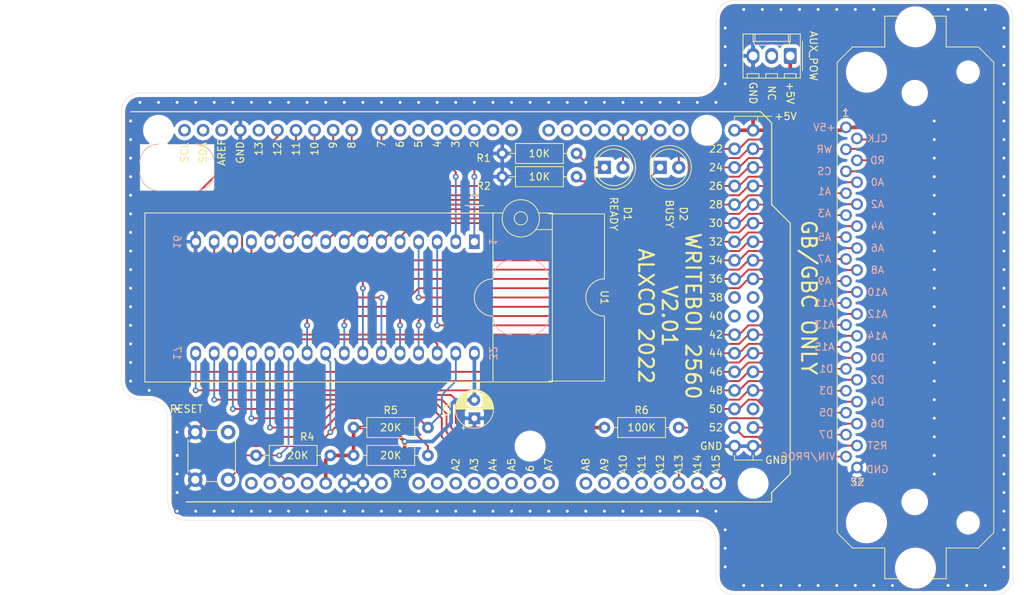
<source format=kicad_pcb>
(kicad_pcb (version 20171130) (host pcbnew "(5.1.7)-1")
  (layers (0 F.Cu signal) (31 B.Cu signal) (34 B.Paste user) (35 F.Paste user) (36 B.SilkS user) (37 F.SilkS user) (38 B.Mask user) (39 F.Mask user) (44 Edge.Cuts user))
  (net 0 "")
  (net 1 +5V)
  (net 2 GND)
  (net 3 /CLK)
  (net 4 /CRT_WR_N)
  (net 5 /CRT_RD_N)
  (net 6 /CRT_CS_N)
  (net 7 /A0)
  (net 8 /A1)
  (net 9 /A2)
  (net 10 /A3)
  (net 11 /A4)
  (net 12 /A5)
  (net 13 /A6)
  (net 14 /A7)
  (net 15 /A8)
  (net 16 /A9)
  (net 17 /A10)
  (net 18 /A11)
  (net 19 /A12)
  (net 20 /A13)
  (net 21 /A14)
  (net 22 /A15)
  (net 23 /D0)
  (net 24 /D1)
  (net 25 /D2)
  (net 26 /D3)
  (net 27 /D4)
  (net 28 /D5)
  (net 29 /D6)
  (net 30 /D7)
  (net 31 /RST_N)
  (net 32 /CRT_PG_N)
  (net 33 "Net-(SW1-Pad1)")
  (net 34 /A17)
  (net 35 /A16)
  (net 36 /A18)
  (net 37 "Net-(XA1-PadA12)")
  (net 38 "Net-(XA1-PadA11)")
  (net 39 "Net-(XA1-PadA10)")
  (net 40 "Net-(XA1-PadA9)")
  (net 41 "Net-(XA1-PadA8)")
  (net 42 "Net-(XA1-PadA7)")
  (net 43 "Net-(XA1-PadA6)")
  (net 44 "Net-(XA1-PadA5)")
  (net 45 "Net-(XA1-PadA4)")
  (net 46 "Net-(XA1-PadA3)")
  (net 47 "Net-(XA1-PadA2)")
  (net 48 "Net-(XA1-PadA1)")
  (net 49 "Net-(XA1-PadAREF)")
  (net 50 "Net-(XA1-PadSDA)")
  (net 51 "Net-(XA1-PadSCL)")
  (net 52 "Net-(XA1-PadD3)")
  (net 53 "Net-(XA1-PadD2)")
  (net 54 "Net-(XA1-PadD1)")
  (net 55 "Net-(XA1-PadD0)")
  (net 56 "Net-(XA1-PadD14)")
  (net 57 "Net-(XA1-PadD15)")
  (net 58 "Net-(XA1-PadD16)")
  (net 59 "Net-(XA1-PadD17)")
  (net 60 "Net-(XA1-PadD20)")
  (net 61 "Net-(XA1-PadD21)")
  (net 62 "Net-(XA1-PadIORF)")
  (net 63 "Net-(XA1-Pad3V3)")
  (net 64 "Net-(XA1-PadVIN)")
  (net 65 "Net-(XA1-PadA0)")
  (net 66 /LED_RY)
  (net 67 "Net-(D1-Pad1)")
  (net 68 /LED_BY)
  (net 69 "Net-(D2-Pad1)")
  (net 70 /DIP_OE_N)
  (net 71 /DIP_CE_N)
  (net 72 "Net-(J2-Pad2)")
  (net 73 /DIP_WE_N)
  (net 74 "Net-(XA1-PadD41)")
  (net 75 "Net-(XA1-PadD40)")
  (net 76 "Net-(XA1-PadD39)")
  (net 77 "Net-(XA1-PadD38)")
  (net 78 "Net-(XA1-PadD51)")
  (net 79 "Net-(XA1-PadD6)")
  (net 80 "Net-(XA1-PadD5)")
  (net 81 "Net-(XA1-PadD4)")
  (net 82 "Net-(XA1-PadD13)")
  (module Arduino:Arduino_Mega2560_Shield (layer F.Cu) (at 30.48 91.44)
    (fp_text reference XA1 hide)
    (fp_text value Arduino_Mega2560_Shield)
    (pad GND6 thru_hole oval (at 96.52 -7.62) (size 1.7272 1.7272) (drill 1.016) (layers *.Cu *.Mask) (net 2 GND))
    (pad GND5 thru_hole oval (at 93.98 -7.62) (size 1.7272 1.7272) (drill 1.016) (layers *.Cu *.Mask) (net 2 GND))
    (pad D53 thru_hole oval (at 96.52 -10.16) (size 1.7272 1.7272) (drill 1.016) (layers *.Cu *.Mask) (net 6 /CRT_CS_N))
    (pad D52 thru_hole oval (at 93.98 -10.16) (size 1.7272 1.7272) (drill 1.016) (layers *.Cu *.Mask) (net 5 /CRT_RD_N))
    (pad D51 thru_hole oval (at 96.52 -12.7) (size 1.7272 1.7272) (drill 1.016) (layers *.Cu *.Mask) (net 78 "Net-(XA1-PadD51)"))
    (pad D50 thru_hole oval (at 93.98 -12.7) (size 1.7272 1.7272) (drill 1.016) (layers *.Cu *.Mask) (net 31 /RST_N))
    (pad D49 thru_hole oval (at 96.52 -15.24) (size 1.7272 1.7272) (drill 1.016) (layers *.Cu *.Mask) (net 30 /D7))
    (pad D48 thru_hole oval (at 93.98 -15.24) (size 1.7272 1.7272) (drill 1.016) (layers *.Cu *.Mask) (net 29 /D6))
    (pad D47 thru_hole oval (at 96.52 -17.78) (size 1.7272 1.7272) (drill 1.016) (layers *.Cu *.Mask) (net 28 /D5))
    (pad D46 thru_hole oval (at 93.98 -17.78) (size 1.7272 1.7272) (drill 1.016) (layers *.Cu *.Mask) (net 27 /D4))
    (pad D45 thru_hole oval (at 96.52 -20.32) (size 1.7272 1.7272) (drill 1.016) (layers *.Cu *.Mask) (net 26 /D3))
    (pad D44 thru_hole oval (at 93.98 -20.32) (size 1.7272 1.7272) (drill 1.016) (layers *.Cu *.Mask) (net 25 /D2))
    (pad D43 thru_hole oval (at 96.52 -22.86) (size 1.7272 1.7272) (drill 1.016) (layers *.Cu *.Mask) (net 24 /D1))
    (pad D42 thru_hole oval (at 93.98 -22.86) (size 1.7272 1.7272) (drill 1.016) (layers *.Cu *.Mask) (net 23 /D0))
    (pad D41 thru_hole oval (at 96.52 -25.4) (size 1.7272 1.7272) (drill 1.016) (layers *.Cu *.Mask) (net 74 "Net-(XA1-PadD41)"))
    (pad D40 thru_hole oval (at 93.98 -25.4) (size 1.7272 1.7272) (drill 1.016) (layers *.Cu *.Mask) (net 75 "Net-(XA1-PadD40)"))
    (pad D39 thru_hole oval (at 96.52 -27.94) (size 1.7272 1.7272) (drill 1.016) (layers *.Cu *.Mask) (net 76 "Net-(XA1-PadD39)"))
    (pad D38 thru_hole oval (at 93.98 -27.94) (size 1.7272 1.7272) (drill 1.016) (layers *.Cu *.Mask) (net 77 "Net-(XA1-PadD38)"))
    (pad D37 thru_hole oval (at 96.52 -30.48) (size 1.7272 1.7272) (drill 1.016) (layers *.Cu *.Mask) (net 22 /A15))
    (pad D36 thru_hole oval (at 93.98 -30.48) (size 1.7272 1.7272) (drill 1.016) (layers *.Cu *.Mask) (net 21 /A14))
    (pad D35 thru_hole oval (at 96.52 -33.02) (size 1.7272 1.7272) (drill 1.016) (layers *.Cu *.Mask) (net 20 /A13))
    (pad D34 thru_hole oval (at 93.98 -33.02) (size 1.7272 1.7272) (drill 1.016) (layers *.Cu *.Mask) (net 19 /A12))
    (pad D33 thru_hole oval (at 96.52 -35.56) (size 1.7272 1.7272) (drill 1.016) (layers *.Cu *.Mask) (net 18 /A11))
    (pad D32 thru_hole oval (at 93.98 -35.56) (size 1.7272 1.7272) (drill 1.016) (layers *.Cu *.Mask) (net 17 /A10))
    (pad D31 thru_hole oval (at 96.52 -38.1) (size 1.7272 1.7272) (drill 1.016) (layers *.Cu *.Mask) (net 16 /A9))
    (pad D30 thru_hole oval (at 93.98 -38.1) (size 1.7272 1.7272) (drill 1.016) (layers *.Cu *.Mask) (net 15 /A8))
    (pad D29 thru_hole oval (at 96.52 -40.64) (size 1.7272 1.7272) (drill 1.016) (layers *.Cu *.Mask) (net 14 /A7))
    (pad D28 thru_hole oval (at 93.98 -40.64) (size 1.7272 1.7272) (drill 1.016) (layers *.Cu *.Mask) (net 13 /A6))
    (pad D27 thru_hole oval (at 96.52 -43.18) (size 1.7272 1.7272) (drill 1.016) (layers *.Cu *.Mask) (net 12 /A5))
    (pad D26 thru_hole oval (at 93.98 -43.18) (size 1.7272 1.7272) (drill 1.016) (layers *.Cu *.Mask) (net 11 /A4))
    (pad D25 thru_hole oval (at 96.52 -45.72) (size 1.7272 1.7272) (drill 1.016) (layers *.Cu *.Mask) (net 10 /A3))
    (pad D24 thru_hole oval (at 93.98 -45.72) (size 1.7272 1.7272) (drill 1.016) (layers *.Cu *.Mask) (net 9 /A2))
    (pad D23 thru_hole oval (at 96.52 -48.26) (size 1.7272 1.7272) (drill 1.016) (layers *.Cu *.Mask) (net 8 /A1))
    (pad D22 thru_hole oval (at 93.98 -48.26) (size 1.7272 1.7272) (drill 1.016) (layers *.Cu *.Mask) (net 7 /A0))
    (pad 5V4 thru_hole oval (at 96.52 -50.8) (size 1.7272 1.7272) (drill 1.016) (layers *.Cu *.Mask) (net 1 +5V))
    (pad 5V3 thru_hole oval (at 93.98 -50.8) (size 1.7272 1.7272) (drill 1.016) (layers *.Cu *.Mask) (net 1 +5V))
    (pad A15 thru_hole oval (at 91.44 -2.54) (size 1.7272 1.7272) (drill 1.016) (layers *.Cu *.Mask) (net 4 /CRT_WR_N))
    (pad A14 thru_hole oval (at 88.9 -2.54) (size 1.7272 1.7272) (drill 1.016) (layers *.Cu *.Mask) (net 3 /CLK))
    (pad A13 thru_hole oval (at 86.36 -2.54) (size 1.7272 1.7272) (drill 1.016) (layers *.Cu *.Mask) (net 32 /CRT_PG_N))
    (pad A12 thru_hole oval (at 83.82 -2.54) (size 1.7272 1.7272) (drill 1.016) (layers *.Cu *.Mask) (net 37 "Net-(XA1-PadA12)"))
    (pad A11 thru_hole oval (at 81.28 -2.54) (size 1.7272 1.7272) (drill 1.016) (layers *.Cu *.Mask) (net 38 "Net-(XA1-PadA11)"))
    (pad A10 thru_hole oval (at 78.74 -2.54) (size 1.7272 1.7272) (drill 1.016) (layers *.Cu *.Mask) (net 39 "Net-(XA1-PadA10)"))
    (pad A9 thru_hole oval (at 76.2 -2.54) (size 1.7272 1.7272) (drill 1.016) (layers *.Cu *.Mask) (net 40 "Net-(XA1-PadA9)"))
    (pad A8 thru_hole oval (at 73.66 -2.54) (size 1.7272 1.7272) (drill 1.016) (layers *.Cu *.Mask) (net 41 "Net-(XA1-PadA8)"))
    (pad A7 thru_hole oval (at 68.58 -2.54) (size 1.7272 1.7272) (drill 1.016) (layers *.Cu *.Mask) (net 42 "Net-(XA1-PadA7)"))
    (pad A6 thru_hole oval (at 66.04 -2.54) (size 1.7272 1.7272) (drill 1.016) (layers *.Cu *.Mask) (net 43 "Net-(XA1-PadA6)"))
    (pad A5 thru_hole oval (at 63.5 -2.54) (size 1.7272 1.7272) (drill 1.016) (layers *.Cu *.Mask) (net 44 "Net-(XA1-PadA5)"))
    (pad A4 thru_hole oval (at 60.96 -2.54) (size 1.7272 1.7272) (drill 1.016) (layers *.Cu *.Mask) (net 45 "Net-(XA1-PadA4)"))
    (pad A3 thru_hole oval (at 58.42 -2.54) (size 1.7272 1.7272) (drill 1.016) (layers *.Cu *.Mask) (net 46 "Net-(XA1-PadA3)"))
    (pad A2 thru_hole oval (at 55.88 -2.54) (size 1.7272 1.7272) (drill 1.016) (layers *.Cu *.Mask) (net 47 "Net-(XA1-PadA2)"))
    (pad A1 thru_hole oval (at 53.34 -2.54) (size 1.7272 1.7272) (drill 1.016) (layers *.Cu *.Mask) (net 48 "Net-(XA1-PadA1)"))
    (pad "" thru_hole oval (at 27.94 -2.54) (size 1.7272 1.7272) (drill 1.016) (layers *.Cu *.Mask))
    (pad D11 thru_hole oval (at 34.036 -50.8) (size 1.7272 1.7272) (drill 1.016) (layers *.Cu *.Mask) (net 70 /DIP_OE_N))
    (pad D12 thru_hole oval (at 31.496 -50.8) (size 1.7272 1.7272) (drill 1.016) (layers *.Cu *.Mask) (net 71 /DIP_CE_N))
    (pad D13 thru_hole oval (at 28.956 -50.8) (size 1.7272 1.7272) (drill 1.016) (layers *.Cu *.Mask) (net 82 "Net-(XA1-PadD13)"))
    (pad AREF thru_hole oval (at 23.876 -50.8) (size 1.7272 1.7272) (drill 1.016) (layers *.Cu *.Mask) (net 49 "Net-(XA1-PadAREF)"))
    (pad SDA thru_hole oval (at 21.336 -50.8) (size 1.7272 1.7272) (drill 1.016) (layers *.Cu *.Mask) (net 50 "Net-(XA1-PadSDA)"))
    (pad SCL thru_hole oval (at 18.796 -50.8) (size 1.7272 1.7272) (drill 1.016) (layers *.Cu *.Mask) (net 51 "Net-(XA1-PadSCL)"))
    (pad "" np_thru_hole circle (at 96.52 -2.54) (size 3.2 3.2) (drill 3.2) (layers *.Cu *.Mask))
    (pad "" np_thru_hole circle (at 15.24 -50.8) (size 3.2 3.2) (drill 3.2) (layers *.Cu *.Mask))
    (pad "" np_thru_hole circle (at 90.17 -50.8) (size 3.2 3.2) (drill 3.2) (layers *.Cu *.Mask))
    (pad "" np_thru_hole circle (at 66.04 -7.62) (size 3.2 3.2) (drill 3.2) (layers *.Cu *.Mask))
    (pad D10 thru_hole oval (at 36.576 -50.8) (size 1.7272 1.7272) (drill 1.016) (layers *.Cu *.Mask) (net 73 /DIP_WE_N))
    (pad D9 thru_hole oval (at 39.116 -50.8) (size 1.7272 1.7272) (drill 1.016) (layers *.Cu *.Mask) (net 34 /A17))
    (pad D8 thru_hole oval (at 41.656 -50.8) (size 1.7272 1.7272) (drill 1.016) (layers *.Cu *.Mask) (net 35 /A16))
    (pad GND1 thru_hole oval (at 26.416 -50.8) (size 1.7272 1.7272) (drill 1.016) (layers *.Cu *.Mask) (net 2 GND))
    (pad D7 thru_hole oval (at 45.72 -50.8) (size 1.7272 1.7272) (drill 1.016) (layers *.Cu *.Mask) (net 36 /A18))
    (pad D6 thru_hole oval (at 48.26 -50.8) (size 1.7272 1.7272) (drill 1.016) (layers *.Cu *.Mask) (net 79 "Net-(XA1-PadD6)"))
    (pad D5 thru_hole oval (at 50.8 -50.8) (size 1.7272 1.7272) (drill 1.016) (layers *.Cu *.Mask) (net 80 "Net-(XA1-PadD5)"))
    (pad D4 thru_hole oval (at 53.34 -50.8) (size 1.7272 1.7272) (drill 1.016) (layers *.Cu *.Mask) (net 81 "Net-(XA1-PadD4)"))
    (pad D3 thru_hole oval (at 55.88 -50.8) (size 1.7272 1.7272) (drill 1.016) (layers *.Cu *.Mask) (net 52 "Net-(XA1-PadD3)"))
    (pad D2 thru_hole oval (at 58.42 -50.8) (size 1.7272 1.7272) (drill 1.016) (layers *.Cu *.Mask) (net 53 "Net-(XA1-PadD2)"))
    (pad D1 thru_hole oval (at 60.96 -50.8) (size 1.7272 1.7272) (drill 1.016) (layers *.Cu *.Mask) (net 54 "Net-(XA1-PadD1)"))
    (pad D0 thru_hole oval (at 63.5 -50.8) (size 1.7272 1.7272) (drill 1.016) (layers *.Cu *.Mask) (net 55 "Net-(XA1-PadD0)"))
    (pad D14 thru_hole oval (at 68.58 -50.8) (size 1.7272 1.7272) (drill 1.016) (layers *.Cu *.Mask) (net 56 "Net-(XA1-PadD14)"))
    (pad D15 thru_hole oval (at 71.12 -50.8) (size 1.7272 1.7272) (drill 1.016) (layers *.Cu *.Mask) (net 57 "Net-(XA1-PadD15)"))
    (pad D16 thru_hole oval (at 73.66 -50.8) (size 1.7272 1.7272) (drill 1.016) (layers *.Cu *.Mask) (net 58 "Net-(XA1-PadD16)"))
    (pad D17 thru_hole oval (at 76.2 -50.8) (size 1.7272 1.7272) (drill 1.016) (layers *.Cu *.Mask) (net 59 "Net-(XA1-PadD17)"))
    (pad D18 thru_hole oval (at 78.74 -50.8) (size 1.7272 1.7272) (drill 1.016) (layers *.Cu *.Mask) (net 66 /LED_RY))
    (pad D19 thru_hole oval (at 81.28 -50.8) (size 1.7272 1.7272) (drill 1.016) (layers *.Cu *.Mask) (net 68 /LED_BY))
    (pad D20 thru_hole oval (at 83.82 -50.8) (size 1.7272 1.7272) (drill 1.016) (layers *.Cu *.Mask) (net 60 "Net-(XA1-PadD20)"))
    (pad D21 thru_hole oval (at 86.36 -50.8) (size 1.7272 1.7272) (drill 1.016) (layers *.Cu *.Mask) (net 61 "Net-(XA1-PadD21)"))
    (pad IORF thru_hole oval (at 30.48 -2.54) (size 1.7272 1.7272) (drill 1.016) (layers *.Cu *.Mask) (net 62 "Net-(XA1-PadIORF)"))
    (pad RST1 thru_hole oval (at 33.02 -2.54) (size 1.7272 1.7272) (drill 1.016) (layers *.Cu *.Mask) (net 33 "Net-(SW1-Pad1)"))
    (pad 3V3 thru_hole oval (at 35.56 -2.54) (size 1.7272 1.7272) (drill 1.016) (layers *.Cu *.Mask) (net 63 "Net-(XA1-Pad3V3)"))
    (pad 5V1 thru_hole oval (at 38.1 -2.54) (size 1.7272 1.7272) (drill 1.016) (layers *.Cu *.Mask) (net 1 +5V))
    (pad GND2 thru_hole oval (at 40.64 -2.54) (size 1.7272 1.7272) (drill 1.016) (layers *.Cu *.Mask) (net 2 GND))
    (pad GND3 thru_hole oval (at 43.18 -2.54) (size 1.7272 1.7272) (drill 1.016) (layers *.Cu *.Mask) (net 2 GND))
    (pad VIN thru_hole oval (at 45.72 -2.54) (size 1.7272 1.7272) (drill 1.016) (layers *.Cu *.Mask) (net 64 "Net-(XA1-PadVIN)"))
    (pad A0 thru_hole oval (at 50.8 -2.54) (size 1.7272 1.7272) (drill 1.016) (layers *.Cu *.Mask) (net 65 "Net-(XA1-PadA0)"))
  )
  (module Connector_Molex:Molex_KK-254_AE-6410-03A_1x03_P2.54mm_Vertical (layer F.Cu) (at 132.08 30.48 180)
    (fp_text reference J2 hide)
    (fp_text value AUX_POW)
    (pad 3 thru_hole oval (at 5.08 0 180) (size 1.74 2.19) (drill 1.19) (layers *.Cu *.Mask) (net 2 GND))
    (pad 2 thru_hole oval (at 2.54 0 180) (size 1.74 2.19) (drill 1.19) (layers *.Cu *.Mask) (net 72 "Net-(J2-Pad2)"))
    (pad 1 thru_hole roundrect (at 0 0 180) (size 1.74 2.19) (drill 1.19) (layers *.Cu *.Mask) (roundrect_rratio 0.1436775862068966) (net 1 +5V))
  )
  (module Gekkio_Connector_PCBEdge:GameBoy_Cartridge_DMG_1x32_P1.50mm_Socket_Horizontal (layer F.Cu) (at 139.7 40.25 270)
    (fp_text reference J1 hide)
    (fp_text value GB-CART)
    (pad "" np_thru_hole circle (at 54.05 -16.7 270) (size 2.2 2.2) (drill 2.2) (layers *.Cu *.Mask))
    (pad "" np_thru_hole circle (at -7.55 -16.7 270) (size 2.2 2.2) (drill 2.2) (layers *.Cu *.Mask))
    (pad "" np_thru_hole circle (at 60.25 -9.5 270) (size 4.6 4.6) (drill 4.6) (layers *.Cu *.Mask))
    (pad "" np_thru_hole circle (at -13.75 -9.5 270) (size 4.6 4.6) (drill 4.6) (layers *.Cu *.Mask))
    (pad "" np_thru_hole circle (at -4.7 -9.4 270) (size 2.6 2.6) (drill 2.6) (layers *.Cu *.Mask))
    (pad "" np_thru_hole circle (at 51.2 -9.4 270) (size 2.6 2.6) (drill 2.6) (layers *.Cu *.Mask))
    (pad "" np_thru_hole circle (at -7.55 -2.8 270) (size 4.6 4.6) (drill 4.6) (layers *.Cu *.Mask))
    (pad "" np_thru_hole circle (at 54.05 -2.8 270) (size 4.6 4.6) (drill 4.6) (layers *.Cu *.Mask))
    (pad 1 thru_hole circle (at 0 0 270) (size 1.6 1.6) (drill 1) (layers *.Cu *.Mask) (net 1 +5V))
    (pad 2 thru_hole circle (at 1.5 -1.5 270) (size 1.6 1.6) (drill 1) (layers *.Cu *.Mask) (net 3 /CLK))
    (pad 3 thru_hole circle (at 3 0 270) (size 1.6 1.6) (drill 1) (layers *.Cu *.Mask) (net 4 /CRT_WR_N))
    (pad 4 thru_hole circle (at 4.5 -1.5 270) (size 1.6 1.6) (drill 1) (layers *.Cu *.Mask) (net 5 /CRT_RD_N))
    (pad 5 thru_hole circle (at 6 0 270) (size 1.6 1.6) (drill 1) (layers *.Cu *.Mask) (net 6 /CRT_CS_N))
    (pad 6 thru_hole circle (at 7.5 -1.5 270) (size 1.6 1.6) (drill 1) (layers *.Cu *.Mask) (net 7 /A0))
    (pad 7 thru_hole circle (at 9 0 270) (size 1.6 1.6) (drill 1) (layers *.Cu *.Mask) (net 8 /A1))
    (pad 8 thru_hole circle (at 10.5 -1.5 270) (size 1.6 1.6) (drill 1) (layers *.Cu *.Mask) (net 9 /A2))
    (pad 9 thru_hole circle (at 12 0 270) (size 1.6 1.6) (drill 1) (layers *.Cu *.Mask) (net 10 /A3))
    (pad 10 thru_hole circle (at 13.5 -1.5 270) (size 1.6 1.6) (drill 1) (layers *.Cu *.Mask) (net 11 /A4))
    (pad 11 thru_hole circle (at 15 0 270) (size 1.6 1.6) (drill 1) (layers *.Cu *.Mask) (net 12 /A5))
    (pad 12 thru_hole circle (at 16.5 -1.5 270) (size 1.6 1.6) (drill 1) (layers *.Cu *.Mask) (net 13 /A6))
    (pad 13 thru_hole circle (at 18 0 270) (size 1.6 1.6) (drill 1) (layers *.Cu *.Mask) (net 14 /A7))
    (pad 14 thru_hole circle (at 19.5 -1.5 270) (size 1.6 1.6) (drill 1) (layers *.Cu *.Mask) (net 15 /A8))
    (pad 15 thru_hole circle (at 21 0 270) (size 1.6 1.6) (drill 1) (layers *.Cu *.Mask) (net 16 /A9))
    (pad 16 thru_hole circle (at 22.5 -1.5 270) (size 1.6 1.6) (drill 1) (layers *.Cu *.Mask) (net 17 /A10))
    (pad 17 thru_hole circle (at 24 0 270) (size 1.6 1.6) (drill 1) (layers *.Cu *.Mask) (net 18 /A11))
    (pad 18 thru_hole circle (at 25.5 -1.5 270) (size 1.6 1.6) (drill 1) (layers *.Cu *.Mask) (net 19 /A12))
    (pad 19 thru_hole circle (at 27 0 270) (size 1.6 1.6) (drill 1) (layers *.Cu *.Mask) (net 20 /A13))
    (pad 20 thru_hole circle (at 28.5 -1.5 270) (size 1.6 1.6) (drill 1) (layers *.Cu *.Mask) (net 21 /A14))
    (pad 21 thru_hole circle (at 30 0 270) (size 1.6 1.6) (drill 1) (layers *.Cu *.Mask) (net 22 /A15))
    (pad 22 thru_hole circle (at 31.5 -1.5 270) (size 1.6 1.6) (drill 1) (layers *.Cu *.Mask) (net 23 /D0))
    (pad 23 thru_hole circle (at 33 0 270) (size 1.6 1.6) (drill 1) (layers *.Cu *.Mask) (net 24 /D1))
    (pad 24 thru_hole circle (at 34.5 -1.5 270) (size 1.6 1.6) (drill 1) (layers *.Cu *.Mask) (net 25 /D2))
    (pad 25 thru_hole circle (at 36 0 270) (size 1.6 1.6) (drill 1) (layers *.Cu *.Mask) (net 26 /D3))
    (pad 26 thru_hole circle (at 37.5 -1.5 270) (size 1.6 1.6) (drill 1) (layers *.Cu *.Mask) (net 27 /D4))
    (pad 27 thru_hole circle (at 39 0 270) (size 1.6 1.6) (drill 1) (layers *.Cu *.Mask) (net 28 /D5))
    (pad 28 thru_hole circle (at 40.5 -1.5 270) (size 1.6 1.6) (drill 1) (layers *.Cu *.Mask) (net 29 /D6))
    (pad 29 thru_hole circle (at 42 0 270) (size 1.6 1.6) (drill 1) (layers *.Cu *.Mask) (net 30 /D7))
    (pad 30 thru_hole circle (at 43.5 -1.5 270) (size 1.6 1.6) (drill 1) (layers *.Cu *.Mask) (net 31 /RST_N))
    (pad 31 thru_hole circle (at 45 0 270) (size 1.6 1.6) (drill 1) (layers *.Cu *.Mask) (net 32 /CRT_PG_N))
    (pad 32 thru_hole circle (at 46.5 -1.5 270) (size 1.6 1.6) (drill 1) (layers *.Cu *.Mask) (net 2 GND))
  )
  (module Resistor_THT:R_Axial_DIN0207_L6.3mm_D2.5mm_P10.16mm_Horizontal (layer F.Cu) (at 106.68 81.28)
    (fp_text reference R6 (at 5.08 -2.37) (layer F.SilkS))
    (fp_text value 100K)
    (pad 2 thru_hole oval (at 10.16 0) (size 1.6 1.6) (drill 0.8) (layers *.Cu *.Mask) (net 31 /RST_N))
    (pad 1 thru_hole circle (at 0 0) (size 1.6 1.6) (drill 0.8) (layers *.Cu *.Mask) (net 1 +5V))
  )
  (module Resistor_THT:R_Axial_DIN0207_L6.3mm_D2.5mm_P10.16mm_Horizontal (layer F.Cu) (at 72.39 81.28)
    (fp_text reference R5 (at 5.08 -2.37) (layer F.SilkS))
    (fp_text value 20K)
    (pad 2 thru_hole oval (at 10.16 0) (size 1.6 1.6) (drill 0.8) (layers *.Cu *.Mask) (net 73 /DIP_WE_N))
    (pad 1 thru_hole circle (at 0 0) (size 1.6 1.6) (drill 0.8) (layers *.Cu *.Mask) (net 1 +5V))
  )
  (module Resistor_THT:R_Axial_DIN0207_L6.3mm_D2.5mm_P10.16mm_Horizontal (layer F.Cu) (at 69.215 85.09 180)
    (fp_text reference R4 (at 3.175 2.54) (layer F.SilkS))
    (fp_text value 20K)
    (pad 2 thru_hole oval (at 10.16 0 180) (size 1.6 1.6) (drill 0.8) (layers *.Cu *.Mask) (net 71 /DIP_CE_N))
    (pad 1 thru_hole circle (at 0 0 180) (size 1.6 1.6) (drill 0.8) (layers *.Cu *.Mask) (net 1 +5V))
  )
  (module Resistor_THT:R_Axial_DIN0207_L6.3mm_D2.5mm_P10.16mm_Horizontal (layer F.Cu) (at 72.39 85.09)
    (fp_text reference R3 (at 6.35 2.54) (layer F.SilkS))
    (fp_text value 20K)
    (pad 2 thru_hole oval (at 10.16 0) (size 1.6 1.6) (drill 0.8) (layers *.Cu *.Mask) (net 70 /DIP_OE_N))
    (pad 1 thru_hole circle (at 0 0) (size 1.6 1.6) (drill 0.8) (layers *.Cu *.Mask) (net 1 +5V))
  )
  (module Resistor_THT:R_Axial_DIN0207_L6.3mm_D2.5mm_P10.16mm_Horizontal (layer F.Cu) (at 102.87 46.99 180)
    (fp_text reference R2 (at 12.7 -1.27) (layer F.SilkS))
    (fp_text value 10K)
    (pad 2 thru_hole oval (at 10.16 0 180) (size 1.6 1.6) (drill 0.8) (layers *.Cu *.Mask) (net 2 GND))
    (pad 1 thru_hole circle (at 0 0 180) (size 1.6 1.6) (drill 0.8) (layers *.Cu *.Mask) (net 69 "Net-(D2-Pad1)"))
  )
  (module Resistor_THT:R_Axial_DIN0207_L6.3mm_D2.5mm_P10.16mm_Horizontal (layer F.Cu) (at 102.87 43.815 180)
    (fp_text reference R1 (at 12.7 -0.635) (layer F.SilkS))
    (fp_text value 10K)
    (pad 2 thru_hole oval (at 10.16 0 180) (size 1.6 1.6) (drill 0.8) (layers *.Cu *.Mask) (net 2 GND))
    (pad 1 thru_hole circle (at 0 0 180) (size 1.6 1.6) (drill 0.8) (layers *.Cu *.Mask) (net 67 "Net-(D1-Pad1)"))
  )
  (module LED_THT:LED_D5.0mm (layer F.Cu) (at 114.3 45.72)
    (fp_text reference D2 (at 3.175 6.35 270 unlocked) (layer F.SilkS))
    (fp_text value LED)
    (pad 2 thru_hole circle (at 2.54 0) (size 1.8 1.8) (drill 0.9) (layers *.Cu *.Mask) (net 68 /LED_BY))
    (pad 1 thru_hole rect (at 0 0) (size 1.8 1.8) (drill 0.9) (layers *.Cu *.Mask) (net 69 "Net-(D2-Pad1)"))
  )
  (module LED_THT:LED_D5.0mm (layer F.Cu) (at 106.68 45.72)
    (fp_text reference D1 (at 3.175 6.35 270 unlocked) (layer F.SilkS))
    (fp_text value LED)
    (pad 2 thru_hole circle (at 2.54 0) (size 1.8 1.8) (drill 0.9) (layers *.Cu *.Mask) (net 66 /LED_RY))
    (pad 1 thru_hole rect (at 0 0) (size 1.8 1.8) (drill 0.9) (layers *.Cu *.Mask) (net 67 "Net-(D1-Pad1)"))
  )
  (module Socket:DIP_Socket-32_W11.9_W12.7_W15.24_W17.78_W18.5_3M_232-1285-00-0602J (layer F.Cu) (at 88.9 55.88 270)
    (fp_text reference U1 (at 7.62 -17.78 270 unlocked) (layer F.SilkS))
    (fp_text value SST39SF040)
    (pad 17 thru_hole oval (at 15.24 38.1 270) (size 2 1.44) (drill 1) (layers *.Cu *.Mask) (net 26 /D3))
    (pad 16 thru_hole oval (at 0 38.1 270) (size 2 1.44) (drill 1) (layers *.Cu *.Mask) (net 2 GND))
    (pad 18 thru_hole oval (at 15.24 35.56 270) (size 2 1.44) (drill 1) (layers *.Cu *.Mask) (net 27 /D4))
    (pad 15 thru_hole oval (at 0 35.56 270) (size 2 1.44) (drill 1) (layers *.Cu *.Mask) (net 25 /D2))
    (pad 19 thru_hole oval (at 15.24 33.02 270) (size 2 1.44) (drill 1) (layers *.Cu *.Mask) (net 28 /D5))
    (pad 14 thru_hole oval (at 0 33.02 270) (size 2 1.44) (drill 1) (layers *.Cu *.Mask) (net 24 /D1))
    (pad 20 thru_hole oval (at 15.24 30.48 270) (size 2 1.44) (drill 1) (layers *.Cu *.Mask) (net 29 /D6))
    (pad 13 thru_hole oval (at 0 30.48 270) (size 2 1.44) (drill 1) (layers *.Cu *.Mask) (net 23 /D0))
    (pad 21 thru_hole oval (at 15.24 27.94 270) (size 2 1.44) (drill 1) (layers *.Cu *.Mask) (net 30 /D7))
    (pad 12 thru_hole oval (at 0 27.94 270) (size 2 1.44) (drill 1) (layers *.Cu *.Mask) (net 7 /A0))
    (pad 22 thru_hole oval (at 15.24 25.4 270) (size 2 1.44) (drill 1) (layers *.Cu *.Mask) (net 71 /DIP_CE_N))
    (pad 11 thru_hole oval (at 0 25.4 270) (size 2 1.44) (drill 1) (layers *.Cu *.Mask) (net 8 /A1))
    (pad 23 thru_hole oval (at 15.24 22.86 270) (size 2 1.44) (drill 1) (layers *.Cu *.Mask) (net 17 /A10))
    (pad 10 thru_hole oval (at 0 22.86 270) (size 2 1.44) (drill 1) (layers *.Cu *.Mask) (net 9 /A2))
    (pad 24 thru_hole oval (at 15.24 20.32 270) (size 2 1.44) (drill 1) (layers *.Cu *.Mask) (net 70 /DIP_OE_N))
    (pad 9 thru_hole oval (at 0 20.32 270) (size 2 1.44) (drill 1) (layers *.Cu *.Mask) (net 10 /A3))
    (pad 25 thru_hole oval (at 15.24 17.78 270) (size 2 1.44) (drill 1) (layers *.Cu *.Mask) (net 18 /A11))
    (pad 8 thru_hole oval (at 0 17.78 270) (size 2 1.44) (drill 1) (layers *.Cu *.Mask) (net 11 /A4))
    (pad 26 thru_hole oval (at 15.24 15.24 270) (size 2 1.44) (drill 1) (layers *.Cu *.Mask) (net 16 /A9))
    (pad 7 thru_hole oval (at 0 15.24 270) (size 2 1.44) (drill 1) (layers *.Cu *.Mask) (net 12 /A5))
    (pad 27 thru_hole oval (at 15.24 12.7 270) (size 2 1.44) (drill 1) (layers *.Cu *.Mask) (net 15 /A8))
    (pad 6 thru_hole oval (at 0 12.7 270) (size 2 1.44) (drill 1) (layers *.Cu *.Mask) (net 13 /A6))
    (pad 28 thru_hole oval (at 15.24 10.16 270) (size 2 1.44) (drill 1) (layers *.Cu *.Mask) (net 20 /A13))
    (pad 5 thru_hole oval (at 0 10.16 270) (size 2 1.44) (drill 1) (layers *.Cu *.Mask) (net 14 /A7))
    (pad 29 thru_hole oval (at 15.24 7.62 270) (size 2 1.44) (drill 1) (layers *.Cu *.Mask) (net 21 /A14))
    (pad 4 thru_hole oval (at 0 7.62 270) (size 2 1.44) (drill 1) (layers *.Cu *.Mask) (net 19 /A12))
    (pad 30 thru_hole oval (at 15.24 5.08 270) (size 2 1.44) (drill 1) (layers *.Cu *.Mask) (net 34 /A17))
    (pad 3 thru_hole oval (at 0 5.08 270) (size 2 1.44) (drill 1) (layers *.Cu *.Mask) (net 22 /A15))
    (pad 31 thru_hole oval (at 15.24 2.54 270) (size 2 1.44) (drill 1) (layers *.Cu *.Mask) (net 73 /DIP_WE_N))
    (pad 2 thru_hole oval (at 0 2.54 270) (size 2 1.44) (drill 1) (layers *.Cu *.Mask) (net 35 /A16))
    (pad 32 thru_hole oval (at 15.24 0 270) (size 2 1.44) (drill 1) (layers *.Cu *.Mask) (net 1 +5V))
    (pad 1 thru_hole rect (at 0 0 270) (size 2 1.44) (drill 1) (layers *.Cu *.Mask) (net 36 /A18))
  )
  (module Button_Switch_THT:SW_PUSH_6mm_H5mm (layer F.Cu) (at 55.245 81.915 270)
    (fp_text reference SW1 hide)
    (fp_text value SW_Push)
    (pad 1 thru_hole circle (at 6.5 0) (size 2 2) (drill 1.1) (layers *.Cu *.Mask) (net 33 "Net-(SW1-Pad1)"))
    (pad 2 thru_hole circle (at 6.5 4.5) (size 2 2) (drill 1.1) (layers *.Cu *.Mask) (net 2 GND))
    (pad 1 thru_hole circle (at 0 0) (size 2 2) (drill 1.1) (layers *.Cu *.Mask) (net 33 "Net-(SW1-Pad1)"))
    (pad 2 thru_hole circle (at 0 4.5) (size 2 2) (drill 1.1) (layers *.Cu *.Mask) (net 2 GND))
  )
  (module Capacitor_THT:CP_Radial_D5.0mm_P2.50mm (layer F.Cu) (at 88.9 80.01 90)
    (fp_text reference C1 (at 1.25 -3.75 90) (layer F.SilkS))
    (fp_text value 100n)
    (pad 2 thru_hole circle (at 2.5 0 90) (size 1.6 1.6) (drill 0.8) (layers *.Cu *.Mask) (net 1 +5V))
    (pad 1 thru_hole rect (at 0 0 90) (size 1.6 1.6) (drill 0.8) (layers *.Cu *.Mask) (net 2 GND))
  )
  (gr_line (start 44.45 77.47) (end 43.18 77.47) (layer Edge.Cuts) (width 0.05))
  (gr_line (start 46.99 91.44) (end 46.99 80.01) (layer Edge.Cuts) (width 0.05))
  (gr_arc (start 44.45 80.01) (end 46.99 80.01) (angle -90) (layer Edge.Cuts) (width 0.05))
  (gr_arc (start 43.18 74.93) (end 40.64 74.93) (angle -90) (layer Edge.Cuts) (width 0.05))
  (gr_text 16 (at 48.26 55.88 270) (layer B.SilkS) (effects (font (size 1 1)) (justify mirror)))
  (gr_text 17 (at 48.26 71.12 270) (layer B.SilkS) (effects (font (size 1 1)) (justify mirror)))
  (gr_text 32 (at 91.44 71.12 270) (layer B.SilkS) (effects (font (size 1 1)) (justify mirror)))
  (gr_text 1 (at 91.44 55.88 270) (layer B.SilkS) (effects (font (size 1 1)) (justify mirror)))
  (gr_text "WRITEBOI 2560\nV2.01\nALXCO 2022" (at 115.57 66.04 270) (layer F.SilkS) (effects (font (size 2 2) (thickness 0.3))))
  (gr_text "GB/GBC ONLY" (at 134.62 63.5 270) (layer F.SilkS) (effects (font (size 2 2) (thickness 0.3))))
  (gr_line (start 127 85.09) (end 127 85.725) (layer F.SilkS) (width 0.12))
  (gr_line (start 124.46 85.725) (end 128.27 85.725) (layer F.SilkS) (width 0.12))
  (gr_line (start 124.46 85.09) (end 124.46 85.725) (layer F.SilkS) (width 0.12))
  (gr_text GND (at 127 35.56 270) (layer F.SilkS) (effects (font (size 1 1))))
  (gr_text NC (at 129.54 35.56 270) (layer F.SilkS) (effects (font (size 1 1))))
  (gr_text +5V (at 132.08 35.56 270) (layer F.SilkS) (effects (font (size 1 1))))
  (gr_text AUX_POW (at 135.255 30.48 270) (layer F.SilkS) (effects (font (size 1 1))))
  (gr_text 6 (at 96.52 86.868 90) (layer F.SilkS) (effects (font (size 1 1))))
  (gr_text SCL (at 49.276 43.688 90) (layer F.SilkS) (effects (font (size 1 1))))
  (gr_text SDA (at 51.816 43.688 90) (layer F.SilkS) (effects (font (size 1 1))))
  (gr_text AREF (at 54.356 43.688 90) (layer F.SilkS) (effects (font (size 1 1))))
  (gr_text GND (at 56.896 43.688 90) (layer F.SilkS) (effects (font (size 1 1))))
  (gr_text 13 (at 59.436 43.18 90) (layer F.SilkS) (effects (font (size 1 1))))
  (gr_text 12 (at 61.976 43.18 90) (layer F.SilkS) (effects (font (size 1 1))))
  (gr_text 11 (at 64.516 43.18 90) (layer F.SilkS) (effects (font (size 1 1))))
  (gr_text 10 (at 67.056 43.18 90) (layer F.SilkS) (effects (font (size 1 1))))
  (gr_text 9 (at 69.596 42.672 90) (layer F.SilkS) (effects (font (size 1 1))))
  (gr_text 8 (at 72.136 42.672 90) (layer F.SilkS) (effects (font (size 1 1))))
  (gr_arc (start 45.72 46.355) (end 43.18 46.355) (angle -90) (layer B.SilkS) (width 0.12))
  (gr_arc (start 45.72 45.085) (end 45.72 42.545) (angle -90) (layer B.SilkS) (width 0.12))
  (gr_arc (start 50.8 45.085) (end 53.34 45.085) (angle -90) (layer B.SilkS) (width 0.12))
  (gr_arc (start 50.8 46.355) (end 50.8 48.895) (angle -90) (layer B.SilkS) (width 0.12))
  (gr_text GND (at 144 87) (layer B.SilkS) (effects (font (size 1 1)) (justify mirror)))
  (gr_text VIN/PROG (at 134.5 85.25) (layer B.SilkS) (effects (font (size 1 1)) (justify mirror)))
  (gr_text RST (at 144 83.75) (layer B.SilkS) (effects (font (size 1 1)) (justify mirror)))
  (gr_text D7 (at 137 82.25) (layer B.SilkS) (effects (font (size 1 1)) (justify mirror)))
  (gr_text D6 (at 144 80.75) (layer B.SilkS) (effects (font (size 1 1)) (justify mirror)))
  (gr_text D5 (at 137 79.25) (layer B.SilkS) (effects (font (size 1 1)) (justify mirror)))
  (gr_text D4 (at 144 77.75) (layer B.SilkS) (effects (font (size 1 1)) (justify mirror)))
  (gr_text D3 (at 137 76.25) (layer B.SilkS) (effects (font (size 1 1)) (justify mirror)))
  (gr_text D2 (at 144 74.75) (layer B.SilkS) (effects (font (size 1 1)) (justify mirror)))
  (gr_text D1 (at 137 73.25) (layer B.SilkS) (effects (font (size 1 1)) (justify mirror)))
  (gr_text D0 (at 144 71.75) (layer B.SilkS) (effects (font (size 1 1)) (justify mirror)))
  (gr_text A15 (at 136.75 70.25) (layer B.SilkS) (effects (font (size 1 1)) (justify mirror)))
  (gr_text A14 (at 144 68.75) (layer B.SilkS) (effects (font (size 1 1)) (justify mirror)))
  (gr_text A13 (at 136.75 67.25) (layer B.SilkS) (effects (font (size 1 1)) (justify mirror)))
  (gr_text A12 (at 144 65.75) (layer B.SilkS) (effects (font (size 1 1)) (justify mirror)))
  (gr_text A11 (at 136.75 64.25) (layer B.SilkS) (effects (font (size 1 1)) (justify mirror)))
  (gr_text A10 (at 144 62.75) (layer B.SilkS) (effects (font (size 1 1)) (justify mirror)))
  (gr_text A9 (at 136.75 61.25) (layer B.SilkS) (effects (font (size 1 1)) (justify mirror)))
  (gr_text A8 (at 144 59.75) (layer B.SilkS) (effects (font (size 1 1)) (justify mirror)))
  (gr_text A7 (at 136.75 58.25) (layer B.SilkS) (effects (font (size 1 1)) (justify mirror)))
  (gr_text A6 (at 144 56.75) (layer B.SilkS) (effects (font (size 1 1)) (justify mirror)))
  (gr_text A5 (at 136.75 55.25) (layer B.SilkS) (effects (font (size 1 1)) (justify mirror)))
  (gr_text A4 (at 144 53.75) (layer B.SilkS) (effects (font (size 1 1)) (justify mirror)))
  (gr_text A3 (at 136.75 52) (layer B.SilkS) (effects (font (size 1 1)) (justify mirror)))
  (gr_text A2 (at 144 50.75) (layer B.SilkS) (effects (font (size 1 1)) (justify mirror)))
  (gr_text A1 (at 136.75 49) (layer B.SilkS) (effects (font (size 1 1)) (justify mirror)))
  (gr_text A0 (at 144 47.75) (layer B.SilkS) (effects (font (size 1 1)) (justify mirror)))
  (gr_text CS (at 136.75 46.25) (layer B.SilkS) (effects (font (size 1 1)) (justify mirror)))
  (gr_text RD (at 144 44.75) (layer B.SilkS) (effects (font (size 1 1)) (justify mirror)))
  (gr_text WR (at 136.75 43.25) (layer B.SilkS) (effects (font (size 1 1)) (justify mirror)))
  (gr_text CLK (at 144 41.75) (layer B.SilkS) (effects (font (size 1 1)) (justify mirror)))
  (gr_text +5V (at 136.75 40.25) (layer B.SilkS) (effects (font (size 1 1)) (justify mirror)))
  (gr_text 1 (at 139.66 38.255) (layer B.SilkS) (effects (font (size 1 1)) (justify mirror)))
  (gr_text 32 (at 141.26 88.745) (layer B.SilkS) (effects (font (size 1 1)) (justify mirror)))
  (gr_text 32 (at 141.26 88.745) (layer F.SilkS) (effects (font (size 1 1))))
  (gr_text 1 (at 139.66 38.255) (layer F.SilkS) (effects (font (size 1 1))))
  (gr_text 100K (at 111.76 81.28) (layer F.SilkS) (effects (font (size 1 1))))
  (gr_text A2 (at 86.36 86.36 90) (layer F.SilkS) (effects (font (size 1 1))))
  (gr_text A3 (at 88.9 86.36 90) (layer F.SilkS) (effects (font (size 1 1))))
  (gr_text A4 (at 91.44 86.36 90) (layer F.SilkS) (effects (font (size 1 1))))
  (gr_text A5 (at 93.98 86.36 90) (layer F.SilkS) (effects (font (size 1 1))))
  (gr_text A7 (at 99.06 86.36 90) (layer F.SilkS) (effects (font (size 1 1))))
  (gr_text A8 (at 104.14 86.36 90) (layer F.SilkS) (effects (font (size 1 1))))
  (gr_text A9 (at 106.68 86.36 90) (layer F.SilkS) (effects (font (size 1 1))))
  (gr_text A10 (at 109.22 86.36 90) (layer F.SilkS) (effects (font (size 1 1))))
  (gr_text A11 (at 111.76 86.36 90) (layer F.SilkS) (effects (font (size 1 1))))
  (gr_text A12 (at 114.3 86.36 90) (layer F.SilkS) (effects (font (size 1 1))))
  (gr_text A13 (at 116.84 86.36 90) (layer F.SilkS) (effects (font (size 1 1))))
  (gr_text A14 (at 119.38 86.36 90) (layer F.SilkS) (effects (font (size 1 1))))
  (gr_text A15 (at 121.92 86.36 90) (layer F.SilkS) (effects (font (size 1 1))))
  (gr_text 10K (at 97.79 46.99) (layer F.SilkS) (effects (font (size 1 1))))
  (gr_text 10K (at 97.79 43.815) (layer F.SilkS) (effects (font (size 1 1))))
  (gr_text 7 (at 76.2 42.545 90) (layer F.SilkS) (effects (font (size 1 1))))
  (gr_text READY (at 107.95 52.07 270) (layer F.SilkS) (effects (font (size 1 1))))
  (gr_text BUSY (at 115.57 52.07 270) (layer F.SilkS) (effects (font (size 1 1))))
  (gr_text 6 (at 78.74 42.545 90) (layer F.SilkS) (effects (font (size 1 1))))
  (gr_text 5 (at 81.28 42.545 90) (layer F.SilkS) (effects (font (size 1 1))))
  (gr_text 4 (at 83.82 42.545 90) (layer F.SilkS) (effects (font (size 1 1))))
  (gr_text 3 (at 86.36 42.545 90) (layer F.SilkS) (effects (font (size 1 1))))
  (gr_text 2 (at 88.9 42.545 90) (layer F.SilkS) (effects (font (size 1 1))))
  (gr_text GND (at 130.175 85.725) (layer F.SilkS) (effects (font (size 1 1))))
  (gr_text GND (at 121.285 83.82) (layer F.SilkS) (effects (font (size 1 1))))
  (gr_text 52 (at 121.92 81.28) (layer F.SilkS) (effects (font (size 1 1))))
  (gr_text 50 (at 121.92 78.74) (layer F.SilkS) (effects (font (size 1 1))))
  (gr_text 48 (at 121.92 76.2) (layer F.SilkS) (effects (font (size 1 1))))
  (gr_text 46 (at 121.92 73.66) (layer F.SilkS) (effects (font (size 1 1))))
  (gr_text 44 (at 121.92 71.12) (layer F.SilkS) (effects (font (size 1 1))))
  (gr_text 42 (at 121.92 68.58) (layer F.SilkS) (effects (font (size 1 1))))
  (gr_text 40 (at 121.92 66.04) (layer F.SilkS) (effects (font (size 1 1))))
  (gr_text 38 (at 121.92 63.5) (layer F.SilkS) (effects (font (size 1 1))))
  (gr_text 36 (at 121.92 60.96) (layer F.SilkS) (effects (font (size 1 1))))
  (gr_text 34 (at 121.92 58.42) (layer F.SilkS) (effects (font (size 1 1))))
  (gr_text 32 (at 121.92 55.88) (layer F.SilkS) (effects (font (size 1 1))))
  (gr_text 30 (at 121.92 53.34) (layer F.SilkS) (effects (font (size 1 1))))
  (gr_text 28 (at 121.92 50.8) (layer F.SilkS) (effects (font (size 1 1))))
  (gr_text 26 (at 121.92 48.26) (layer F.SilkS) (effects (font (size 1 1))))
  (gr_text 24 (at 121.92 45.72) (layer F.SilkS) (effects (font (size 1 1))))
  (gr_text 22 (at 121.92 43.18) (layer F.SilkS) (effects (font (size 1 1))))
  (gr_text +5V (at 131.445 38.735) (layer F.SilkS) (effects (font (size 1 1))))
  (gr_line (start 127.635 38.735) (end 127.635 39.37) (layer F.SilkS) (width 0.12))
  (gr_line (start 124.46 38.735) (end 129.54 38.735) (layer F.SilkS) (width 0.12))
  (gr_line (start 124.46 39.37) (end 124.46 38.735) (layer F.SilkS) (width 0.12))
  (gr_text RESET (at 49.53 78.74) (layer F.SilkS) (effects (font (size 1 1))))
  (gr_line (start 106.68 52.07) (end 99.06 52.07) (layer F.SilkS) (width 0.12))
  (gr_line (start 106.68 60.96) (end 106.68 52.07) (layer F.SilkS) (width 0.12))
  (gr_line (start 106.68 74.93) (end 99.06 74.93) (layer F.SilkS) (width 0.12))
  (gr_line (start 106.68 66.04) (end 106.68 74.93) (layer F.SilkS) (width 0.12))
  (gr_arc (start 106.68 63.5) (end 106.68 60.96) (angle -180) (layer F.SilkS) (width 0.12))
  (gr_text 1 (at 88.9 49.53 270) (layer F.SilkS) (effects (font (size 1 1))))
  (gr_line (start 91.44 66.04) (end 91.44 74.93) (layer F.SilkS) (width 0.12))
  (gr_line (start 91.44 60.96) (end 91.44 52.07) (layer F.SilkS) (width 0.12))
  (gr_arc (start 91.44 63.5) (end 91.44 60.96) (angle -180) (layer F.SilkS) (width 0.12))
  (gr_text 20K (at 64.77 85.09) (layer F.SilkS) (effects (font (size 1 1))))
  (gr_text 20K (at 77.47 85.09) (layer F.SilkS) (effects (font (size 1 1))))
  (gr_text 20K (at 77.47 81.28) (layer F.SilkS) (effects (font (size 1 1))))
  (gr_arc (start 93.98 66.04) (end 91.44 66.04) (angle -90) (layer B.SilkS) (width 0.12))
  (gr_arc (start 96.52 66.04) (end 96.52 68.58) (angle -90) (layer B.SilkS) (width 0.12))
  (gr_arc (start 96.52 60.96) (end 99.06 60.96) (angle -90) (layer B.SilkS) (width 0.12))
  (gr_arc (start 93.98 60.96) (end 93.98 58.42) (angle -90) (layer B.SilkS) (width 0.12))
  (gr_arc (start 49.53 91.44) (end 46.99 91.44) (angle -90) (layer Edge.Cuts) (width 0.05))
  (gr_line (start 119.38 93.98) (end 49.53 93.98) (layer Edge.Cuts) (width 0.05))
  (gr_arc (start 43.18 38.1) (end 43.18 35.56) (angle -90) (layer Edge.Cuts) (width 0.05))
  (gr_line (start 119.38 35.56) (end 43.18 35.56) (layer Edge.Cuts) (width 0.05))
  (gr_line (start 160.02 22.86) (end 124.46 22.86) (layer Edge.Cuts) (width 0.05))
  (gr_arc (start 160.02 25.4) (end 162.56 25.4) (angle -90) (layer Edge.Cuts) (width 0.05))
  (gr_line (start 162.56 101.6) (end 162.56 25.4) (layer Edge.Cuts) (width 0.05))
  (gr_arc (start 160.02 101.6) (end 160.02 104.14) (angle -90) (layer Edge.Cuts) (width 0.05))
  (gr_line (start 124.46 104.14) (end 160.02 104.14) (layer Edge.Cuts) (width 0.05))
  (gr_arc (start 119.38 96.52) (end 121.92 96.52) (angle -90) (layer Edge.Cuts) (width 0.05))
  (gr_arc (start 119.38 33.02) (end 119.38 35.56) (angle -90) (layer Edge.Cuts) (width 0.05))
  (gr_arc (start 124.46 25.4) (end 124.46 22.86) (angle -90) (layer Edge.Cuts) (width 0.05))
  (gr_arc (start 124.46 101.6) (end 121.92 101.6) (angle -90) (layer Edge.Cuts) (width 0.05))
  (gr_line (start 121.92 33.02) (end 121.92 25.4) (layer Edge.Cuts) (width 0.05))
  (gr_line (start 121.92 96.52) (end 121.92 101.6) (layer Edge.Cuts) (width 0.05))
  (gr_line (start 40.64 38.1) (end 40.64 74.93) (layer Edge.Cuts) (width 0.05))
  (segment (start 124.46 40.64) (end 127 40.64) (width 0.5) (layer F.Cu) (net 1))
  (segment (start 139.31 40.64) (end 139.7 40.25) (width 0.5) (layer F.Cu) (net 1))
  (segment (start 127 40.64) (end 139.31 40.64) (width 0.5) (layer F.Cu) (net 1))
  (segment (start 88.9 77.51) (end 88.9 71.12) (width 0.5) (layer B.Cu) (net 1))
  (segment (start 72.39 85.09) (end 72.39 81.28) (width 0.5) (layer F.Cu) (net 1))
  (segment (start 69.215 85.09) (end 72.39 85.09) (width 0.5) (layer F.Cu) (net 1))
  (segment (start 77.47 81.28) (end 79.375 83.185) (width 0.5) (layer F.Cu) (net 1))
  (segment (start 72.39 81.28) (end 77.47 81.28) (width 0.5) (layer F.Cu) (net 1))
  (segment (start 79.375 83.185) (end 79.375 83.185) (width 0.5) (layer F.Cu) (net 1))
  (via (at 79.375 83.185) (size 0.8) (drill 0.4) (layers F.Cu B.Cu) (net 1))
  (segment (start 79.375 83.185) (end 83.185 83.185) (width 0.5) (layer B.Cu) (net 1))
  (segment (start 84.455 86.36) (end 98.425 86.36) (width 0.5) (layer F.Cu) (net 1))
  (segment (start 83.82 86.995) (end 84.455 86.36) (width 0.5) (layer F.Cu) (net 1))
  (segment (start 80.645 86.995) (end 83.82 86.995) (width 0.5) (layer F.Cu) (net 1))
  (segment (start 79.375 85.725) (end 80.645 86.995) (width 0.5) (layer F.Cu) (net 1))
  (segment (start 79.375 83.185) (end 79.375 85.725) (width 0.5) (layer F.Cu) (net 1))
  (segment (start 68.58 85.725) (end 69.215 85.09) (width 0.5) (layer F.Cu) (net 1))
  (segment (start 68.58 88.9) (end 68.58 85.725) (width 0.5) (layer F.Cu) (net 1))
  (segment (start 85.725 80.645) (end 85.725 78.105) (width 0.5) (layer B.Cu) (net 1))
  (segment (start 83.185 83.185) (end 85.725 80.645) (width 0.5) (layer B.Cu) (net 1))
  (segment (start 86.32 77.51) (end 88.9 77.51) (width 0.5) (layer B.Cu) (net 1))
  (segment (start 85.725 78.105) (end 86.32 77.51) (width 0.5) (layer B.Cu) (net 1))
  (segment (start 127 40.64) (end 127 38.1) (width 0.5) (layer F.Cu) (net 1))
  (segment (start 132.08 33.02) (end 132.08 30.48) (width 0.5) (layer F.Cu) (net 1))
  (segment (start 127 38.1) (end 132.08 33.02) (width 0.5) (layer F.Cu) (net 1))
  (segment (start 100.965 83.82) (end 100.965 81.915) (width 0.5) (layer F.Cu) (net 1))
  (segment (start 101.6 81.28) (end 106.68 81.28) (width 0.5) (layer F.Cu) (net 1))
  (segment (start 100.965 81.915) (end 101.6 81.28) (width 0.5) (layer F.Cu) (net 1))
  (segment (start 100.0125 84.7725) (end 100.965 83.82) (width 0.5) (layer F.Cu) (net 1))
  (segment (start 98.425 86.36) (end 100.0125 84.7725) (width 0.5) (layer F.Cu) (net 1))
  (segment (start 104.08001 91.38001) (end 122.49501 91.38001) (width 0.5) (layer F.Cu) (net 1))
  (segment (start 144.145 90.805) (end 147.32 93.98) (width 0.5) (layer F.Cu) (net 1))
  (segment (start 131.445 93.345) (end 133.985 90.805) (width 0.5) (layer F.Cu) (net 1))
  (segment (start 133.985 90.805) (end 144.145 90.805) (width 0.5) (layer F.Cu) (net 1))
  (segment (start 124.46 93.345) (end 131.445 93.345) (width 0.5) (layer F.Cu) (net 1))
  (segment (start 147.32 93.98) (end 149.86 93.98) (width 0.5) (layer F.Cu) (net 1))
  (segment (start 151.765 92.075) (end 151.765 90.17) (width 0.5) (layer F.Cu) (net 1))
  (segment (start 151.765 90.17) (end 149.225 87.63) (width 0.5) (layer F.Cu) (net 1))
  (segment (start 149.86 93.98) (end 151.765 92.075) (width 0.5) (layer F.Cu) (net 1))
  (segment (start 149.225 41.275) (end 148.2 40.25) (width 0.5) (layer F.Cu) (net 1))
  (segment (start 148.2 40.25) (end 139.7 40.25) (width 0.5) (layer F.Cu) (net 1))
  (segment (start 122.49501 91.38001) (end 124.46 93.345) (width 0.5) (layer F.Cu) (net 1))
  (segment (start 149.225 87.63) (end 149.225 41.275) (width 0.5) (layer F.Cu) (net 1))
  (segment (start 102.235 89.535) (end 104.08001 91.38001) (width 0.5) (layer F.Cu) (net 1))
  (segment (start 102.235 86.995) (end 102.235 89.535) (width 0.5) (layer F.Cu) (net 1))
  (segment (start 100.0125 84.7725) (end 102.235 86.995) (width 0.5) (layer F.Cu) (net 1))
  (via (at 43.18 36.83) (size 0.8) (drill 0.4) (layers F.Cu B.Cu) (net 2))
  (via (at 45.72 36.83) (size 0.8) (drill 0.4) (layers F.Cu B.Cu) (net 2))
  (via (at 48.26 36.83) (size 0.8) (drill 0.4) (layers F.Cu B.Cu) (net 2))
  (via (at 50.8 36.83) (size 0.8) (drill 0.4) (layers F.Cu B.Cu) (net 2))
  (via (at 53.34 36.83) (size 0.8) (drill 0.4) (layers F.Cu B.Cu) (net 2))
  (via (at 83.82 36.83) (size 0.8) (drill 0.4) (layers F.Cu B.Cu) (net 2))
  (via (at 86.36 36.83) (size 0.8) (drill 0.4) (layers F.Cu B.Cu) (net 2))
  (via (at 88.9 36.83) (size 0.8) (drill 0.4) (layers F.Cu B.Cu) (net 2))
  (via (at 91.44 36.83) (size 0.8) (drill 0.4) (layers F.Cu B.Cu) (net 2))
  (via (at 93.98 36.83) (size 0.8) (drill 0.4) (layers F.Cu B.Cu) (net 2))
  (via (at 96.52 36.83) (size 0.8) (drill 0.4) (layers F.Cu B.Cu) (net 2))
  (via (at 99.06 36.83) (size 0.8) (drill 0.4) (layers F.Cu B.Cu) (net 2))
  (via (at 101.6 36.83) (size 0.8) (drill 0.4) (layers F.Cu B.Cu) (net 2))
  (via (at 104.14 36.83) (size 0.8) (drill 0.4) (layers F.Cu B.Cu) (net 2))
  (via (at 106.68 36.83) (size 0.8) (drill 0.4) (layers F.Cu B.Cu) (net 2))
  (via (at 109.22 36.83) (size 0.8) (drill 0.4) (layers F.Cu B.Cu) (net 2))
  (via (at 111.76 36.83) (size 0.8) (drill 0.4) (layers F.Cu B.Cu) (net 2))
  (via (at 114.3 36.83) (size 0.8) (drill 0.4) (layers F.Cu B.Cu) (net 2))
  (via (at 116.84 36.83) (size 0.8) (drill 0.4) (layers F.Cu B.Cu) (net 2))
  (via (at 119.38 36.83) (size 0.8) (drill 0.4) (layers F.Cu B.Cu) (net 2))
  (via (at 121.92 36.83) (size 0.8) (drill 0.4) (layers F.Cu B.Cu) (net 2))
  (via (at 48.26 92.71) (size 0.8) (drill 0.4) (layers F.Cu B.Cu) (net 2))
  (via (at 50.8 92.71) (size 0.8) (drill 0.4) (layers F.Cu B.Cu) (net 2))
  (via (at 53.34 92.71) (size 0.8) (drill 0.4) (layers F.Cu B.Cu) (net 2))
  (via (at 55.88 92.71) (size 0.8) (drill 0.4) (layers F.Cu B.Cu) (net 2))
  (via (at 58.42 92.71) (size 0.8) (drill 0.4) (layers F.Cu B.Cu) (net 2))
  (via (at 60.96 92.71) (size 0.8) (drill 0.4) (layers F.Cu B.Cu) (net 2))
  (via (at 63.5 92.71) (size 0.8) (drill 0.4) (layers F.Cu B.Cu) (net 2))
  (via (at 66.04 92.71) (size 0.8) (drill 0.4) (layers F.Cu B.Cu) (net 2))
  (via (at 68.58 92.71) (size 0.8) (drill 0.4) (layers F.Cu B.Cu) (net 2))
  (via (at 71.12 92.71) (size 0.8) (drill 0.4) (layers F.Cu B.Cu) (net 2))
  (via (at 73.66 92.71) (size 0.8) (drill 0.4) (layers F.Cu B.Cu) (net 2))
  (via (at 76.2 92.71) (size 0.8) (drill 0.4) (layers F.Cu B.Cu) (net 2))
  (via (at 78.74 92.71) (size 0.8) (drill 0.4) (layers F.Cu B.Cu) (net 2))
  (via (at 81.28 92.71) (size 0.8) (drill 0.4) (layers F.Cu B.Cu) (net 2))
  (via (at 83.82 92.71) (size 0.8) (drill 0.4) (layers F.Cu B.Cu) (net 2))
  (via (at 86.36 92.71) (size 0.8) (drill 0.4) (layers F.Cu B.Cu) (net 2))
  (via (at 88.9 92.71) (size 0.8) (drill 0.4) (layers F.Cu B.Cu) (net 2))
  (via (at 91.44 92.71) (size 0.8) (drill 0.4) (layers F.Cu B.Cu) (net 2))
  (via (at 93.98 92.71) (size 0.8) (drill 0.4) (layers F.Cu B.Cu) (net 2))
  (via (at 96.52 92.71) (size 0.8) (drill 0.4) (layers F.Cu B.Cu) (net 2))
  (via (at 99.06 92.71) (size 0.8) (drill 0.4) (layers F.Cu B.Cu) (net 2))
  (via (at 99.06 92.71) (size 0.8) (drill 0.4) (layers F.Cu B.Cu) (net 2))
  (via (at 101.6 92.71) (size 0.8) (drill 0.4) (layers F.Cu B.Cu) (net 2))
  (via (at 104.14 92.71) (size 0.8) (drill 0.4) (layers F.Cu B.Cu) (net 2))
  (via (at 106.68 92.71) (size 0.8) (drill 0.4) (layers F.Cu B.Cu) (net 2))
  (via (at 109.22 92.71) (size 0.8) (drill 0.4) (layers F.Cu B.Cu) (net 2))
  (via (at 111.76 92.71) (size 0.8) (drill 0.4) (layers F.Cu B.Cu) (net 2))
  (via (at 114.3 92.71) (size 0.8) (drill 0.4) (layers F.Cu B.Cu) (net 2))
  (via (at 116.84 92.71) (size 0.8) (drill 0.4) (layers F.Cu B.Cu) (net 2))
  (via (at 119.38 92.71) (size 0.8) (drill 0.4) (layers F.Cu B.Cu) (net 2))
  (via (at 121.92 92.71) (size 0.8) (drill 0.4) (layers F.Cu B.Cu) (net 2))
  (via (at 158.75 102.87) (size 0.8) (drill 0.4) (layers F.Cu B.Cu) (net 2))
  (via (at 156.21 102.87) (size 0.8) (drill 0.4) (layers F.Cu B.Cu) (net 2))
  (via (at 153.67 102.87) (size 0.8) (drill 0.4) (layers F.Cu B.Cu) (net 2))
  (via (at 161.29 100.33) (size 0.8) (drill 0.4) (layers F.Cu B.Cu) (net 2))
  (via (at 161.29 97.79) (size 0.8) (drill 0.4) (layers F.Cu B.Cu) (net 2))
  (via (at 161.29 95.25) (size 0.8) (drill 0.4) (layers F.Cu B.Cu) (net 2))
  (via (at 161.29 92.71) (size 0.8) (drill 0.4) (layers F.Cu B.Cu) (net 2))
  (via (at 161.29 90.17) (size 0.8) (drill 0.4) (layers F.Cu B.Cu) (net 2))
  (via (at 161.29 87.63) (size 0.8) (drill 0.4) (layers F.Cu B.Cu) (net 2))
  (via (at 161.29 85.09) (size 0.8) (drill 0.4) (layers F.Cu B.Cu) (net 2))
  (via (at 161.29 82.55) (size 0.8) (drill 0.4) (layers F.Cu B.Cu) (net 2))
  (via (at 161.29 80.01) (size 0.8) (drill 0.4) (layers F.Cu B.Cu) (net 2))
  (via (at 161.29 77.47) (size 0.8) (drill 0.4) (layers F.Cu B.Cu) (net 2))
  (via (at 161.29 74.93) (size 0.8) (drill 0.4) (layers F.Cu B.Cu) (net 2))
  (via (at 161.29 72.39) (size 0.8) (drill 0.4) (layers F.Cu B.Cu) (net 2))
  (via (at 161.29 69.85) (size 0.8) (drill 0.4) (layers F.Cu B.Cu) (net 2))
  (via (at 161.29 67.31) (size 0.8) (drill 0.4) (layers F.Cu B.Cu) (net 2))
  (via (at 161.29 64.77) (size 0.8) (drill 0.4) (layers F.Cu B.Cu) (net 2))
  (via (at 161.29 62.23) (size 0.8) (drill 0.4) (layers F.Cu B.Cu) (net 2))
  (via (at 161.29 59.69) (size 0.8) (drill 0.4) (layers F.Cu B.Cu) (net 2))
  (via (at 161.29 57.15) (size 0.8) (drill 0.4) (layers F.Cu B.Cu) (net 2))
  (via (at 161.29 54.61) (size 0.8) (drill 0.4) (layers F.Cu B.Cu) (net 2))
  (via (at 161.29 52.07) (size 0.8) (drill 0.4) (layers F.Cu B.Cu) (net 2))
  (via (at 161.29 49.53) (size 0.8) (drill 0.4) (layers F.Cu B.Cu) (net 2))
  (via (at 161.29 46.99) (size 0.8) (drill 0.4) (layers F.Cu B.Cu) (net 2))
  (via (at 161.29 44.45) (size 0.8) (drill 0.4) (layers F.Cu B.Cu) (net 2))
  (via (at 161.29 41.91) (size 0.8) (drill 0.4) (layers F.Cu B.Cu) (net 2))
  (via (at 161.29 39.37) (size 0.8) (drill 0.4) (layers F.Cu B.Cu) (net 2))
  (via (at 161.29 36.83) (size 0.8) (drill 0.4) (layers F.Cu B.Cu) (net 2))
  (via (at 161.29 34.29) (size 0.8) (drill 0.4) (layers F.Cu B.Cu) (net 2))
  (via (at 161.29 31.75) (size 0.8) (drill 0.4) (layers F.Cu B.Cu) (net 2))
  (via (at 161.29 29.21) (size 0.8) (drill 0.4) (layers F.Cu B.Cu) (net 2))
  (via (at 161.29 26.67) (size 0.8) (drill 0.4) (layers F.Cu B.Cu) (net 2))
  (via (at 158.75 24.13) (size 0.8) (drill 0.4) (layers F.Cu B.Cu) (net 2))
  (via (at 156.21 24.13) (size 0.8) (drill 0.4) (layers F.Cu B.Cu) (net 2))
  (via (at 153.67 24.13) (size 0.8) (drill 0.4) (layers F.Cu B.Cu) (net 2))
  (via (at 123.19 34.29) (size 0.8) (drill 0.4) (layers F.Cu B.Cu) (net 2))
  (via (at 123.19 31.75) (size 0.8) (drill 0.4) (layers F.Cu B.Cu) (net 2))
  (via (at 123.19 29.21) (size 0.8) (drill 0.4) (layers F.Cu B.Cu) (net 2))
  (via (at 123.19 26.67) (size 0.8) (drill 0.4) (layers F.Cu B.Cu) (net 2))
  (via (at 125.73 24.13) (size 0.8) (drill 0.4) (layers F.Cu B.Cu) (net 2))
  (via (at 128.27 24.13) (size 0.8) (drill 0.4) (layers F.Cu B.Cu) (net 2))
  (via (at 130.81 24.13) (size 0.8) (drill 0.4) (layers F.Cu B.Cu) (net 2))
  (via (at 133.35 24.13) (size 0.8) (drill 0.4) (layers F.Cu B.Cu) (net 2))
  (via (at 135.89 24.13) (size 0.8) (drill 0.4) (layers F.Cu B.Cu) (net 2))
  (via (at 138.43 24.13) (size 0.8) (drill 0.4) (layers F.Cu B.Cu) (net 2))
  (via (at 140.97 24.13) (size 0.8) (drill 0.4) (layers F.Cu B.Cu) (net 2))
  (via (at 143.51 24.13) (size 0.8) (drill 0.4) (layers F.Cu B.Cu) (net 2))
  (via (at 41.91 39.37) (size 0.8) (drill 0.4) (layers F.Cu B.Cu) (net 2))
  (via (at 41.91 41.91) (size 0.8) (drill 0.4) (layers F.Cu B.Cu) (net 2))
  (via (at 41.91 44.45) (size 0.8) (drill 0.4) (layers F.Cu B.Cu) (net 2))
  (via (at 41.91 46.99) (size 0.8) (drill 0.4) (layers F.Cu B.Cu) (net 2))
  (via (at 41.91 49.53) (size 0.8) (drill 0.4) (layers F.Cu B.Cu) (net 2))
  (via (at 41.91 52.07) (size 0.8) (drill 0.4) (layers F.Cu B.Cu) (net 2))
  (via (at 41.91 54.61) (size 0.8) (drill 0.4) (layers F.Cu B.Cu) (net 2))
  (via (at 41.91 57.15) (size 0.8) (drill 0.4) (layers F.Cu B.Cu) (net 2))
  (via (at 41.91 59.69) (size 0.8) (drill 0.4) (layers F.Cu B.Cu) (net 2))
  (via (at 41.91 62.23) (size 0.8) (drill 0.4) (layers F.Cu B.Cu) (net 2))
  (via (at 41.91 64.77) (size 0.8) (drill 0.4) (layers F.Cu B.Cu) (net 2))
  (via (at 41.91 67.31) (size 0.8) (drill 0.4) (layers F.Cu B.Cu) (net 2))
  (via (at 41.91 69.85) (size 0.8) (drill 0.4) (layers F.Cu B.Cu) (net 2))
  (via (at 41.91 72.39) (size 0.8) (drill 0.4) (layers F.Cu B.Cu) (net 2))
  (via (at 41.91 74.93) (size 0.8) (drill 0.4) (layers F.Cu B.Cu) (net 2))
  (via (at 55.88 36.83) (size 0.8) (drill 0.4) (layers F.Cu B.Cu) (net 2))
  (via (at 58.42 36.83) (size 0.8) (drill 0.4) (layers F.Cu B.Cu) (net 2))
  (via (at 60.96 36.83) (size 0.8) (drill 0.4) (layers F.Cu B.Cu) (net 2))
  (via (at 63.5 36.83) (size 0.8) (drill 0.4) (layers F.Cu B.Cu) (net 2))
  (via (at 66.04 36.83) (size 0.8) (drill 0.4) (layers F.Cu B.Cu) (net 2))
  (via (at 68.58 36.83) (size 0.8) (drill 0.4) (layers F.Cu B.Cu) (net 2))
  (via (at 71.12 36.83) (size 0.8) (drill 0.4) (layers F.Cu B.Cu) (net 2))
  (via (at 73.66 36.83) (size 0.8) (drill 0.4) (layers F.Cu B.Cu) (net 2))
  (via (at 76.2 36.83) (size 0.8) (drill 0.4) (layers F.Cu B.Cu) (net 2))
  (via (at 78.74 36.83) (size 0.8) (drill 0.4) (layers F.Cu B.Cu) (net 2))
  (via (at 81.28 36.83) (size 0.8) (drill 0.4) (layers F.Cu B.Cu) (net 2))
  (via (at 123.19 95.25) (size 0.8) (drill 0.4) (layers F.Cu B.Cu) (net 2))
  (via (at 123.19 97.79) (size 0.8) (drill 0.4) (layers F.Cu B.Cu) (net 2))
  (via (at 123.19 100.33) (size 0.8) (drill 0.4) (layers F.Cu B.Cu) (net 2))
  (via (at 125.73 102.87) (size 0.8) (drill 0.4) (layers F.Cu B.Cu) (net 2))
  (via (at 128.27 102.87) (size 0.8) (drill 0.4) (layers F.Cu B.Cu) (net 2))
  (via (at 130.81 102.87) (size 0.8) (drill 0.4) (layers F.Cu B.Cu) (net 2))
  (via (at 133.35 102.87) (size 0.8) (drill 0.4) (layers F.Cu B.Cu) (net 2))
  (via (at 135.89 102.87) (size 0.8) (drill 0.4) (layers F.Cu B.Cu) (net 2))
  (via (at 138.43 102.87) (size 0.8) (drill 0.4) (layers F.Cu B.Cu) (net 2))
  (via (at 140.97 102.87) (size 0.8) (drill 0.4) (layers F.Cu B.Cu) (net 2))
  (via (at 143.51 102.87) (size 0.8) (drill 0.4) (layers F.Cu B.Cu) (net 2))
  (via (at 146.05 102.87) (size 0.8) (drill 0.4) (layers F.Cu B.Cu) (net 2))
  (via (at 151.765 67.31) (size 0.8) (drill 0.4) (layers F.Cu B.Cu) (net 2))
  (via (at 151.765 69.85) (size 0.8) (drill 0.4) (layers F.Cu B.Cu) (net 2))
  (via (at 151.765 72.39) (size 0.8) (drill 0.4) (layers F.Cu B.Cu) (net 2))
  (via (at 151.765 74.93) (size 0.8) (drill 0.4) (layers F.Cu B.Cu) (net 2))
  (via (at 151.765 77.47) (size 0.8) (drill 0.4) (layers F.Cu B.Cu) (net 2))
  (via (at 151.765 80.01) (size 0.8) (drill 0.4) (layers F.Cu B.Cu) (net 2))
  (via (at 151.765 82.55) (size 0.8) (drill 0.4) (layers F.Cu B.Cu) (net 2))
  (via (at 151.765 85.09) (size 0.8) (drill 0.4) (layers F.Cu B.Cu) (net 2))
  (via (at 151.765 87.63) (size 0.8) (drill 0.4) (layers F.Cu B.Cu) (net 2))
  (via (at 151.765 64.77) (size 0.8) (drill 0.4) (layers F.Cu B.Cu) (net 2))
  (via (at 151.765 62.23) (size 0.8) (drill 0.4) (layers F.Cu B.Cu) (net 2))
  (via (at 151.765 59.69) (size 0.8) (drill 0.4) (layers F.Cu B.Cu) (net 2))
  (via (at 151.765 57.15) (size 0.8) (drill 0.4) (layers F.Cu B.Cu) (net 2))
  (via (at 151.765 54.61) (size 0.8) (drill 0.4) (layers F.Cu B.Cu) (net 2))
  (via (at 151.765 52.07) (size 0.8) (drill 0.4) (layers F.Cu B.Cu) (net 2))
  (via (at 151.765 49.53) (size 0.8) (drill 0.4) (layers F.Cu B.Cu) (net 2))
  (via (at 151.765 46.99) (size 0.8) (drill 0.4) (layers F.Cu B.Cu) (net 2))
  (via (at 151.765 44.45) (size 0.8) (drill 0.4) (layers F.Cu B.Cu) (net 2))
  (via (at 151.765 41.91) (size 0.8) (drill 0.4) (layers F.Cu B.Cu) (net 2))
  (via (at 151.765 39.37) (size 0.8) (drill 0.4) (layers F.Cu B.Cu) (net 2))
  (via (at 44.45 76.2) (size 0.8) (drill 0.4) (layers F.Cu B.Cu) (net 2))
  (via (at 48.26 78.74) (size 0.8) (drill 0.4) (layers F.Cu B.Cu) (net 2))
  (via (at 48.26 85.09) (size 0.8) (drill 0.4) (layers F.Cu B.Cu) (net 2))
  (via (at 48.26 90.17) (size 0.8) (drill 0.4) (layers F.Cu B.Cu) (net 2))
  (via (at 48.26 81.915) (size 0.8) (drill 0.4) (layers F.Cu B.Cu) (net 2))
  (via (at 48.26 87.63) (size 0.8) (drill 0.4) (layers F.Cu B.Cu) (net 2))
  (segment (start 147.32 43.18) (end 146.05 41.91) (width 0.25) (layer F.Cu) (net 3))
  (segment (start 147.32 89.535) (end 147.32 43.18) (width 0.25) (layer F.Cu) (net 3))
  (segment (start 146.685 90.17) (end 147.32 89.535) (width 0.25) (layer F.Cu) (net 3))
  (segment (start 132.08 90.17) (end 146.685 90.17) (width 0.25) (layer F.Cu) (net 3))
  (segment (start 130.175 92.075) (end 132.08 90.17) (width 0.25) (layer F.Cu) (net 3))
  (segment (start 125.73 92.075) (end 130.175 92.075) (width 0.25) (layer F.Cu) (net 3))
  (segment (start 124.46 90.805) (end 125.73 92.075) (width 0.25) (layer F.Cu) (net 3))
  (segment (start 121.285 90.805) (end 124.46 90.805) (width 0.25) (layer F.Cu) (net 3))
  (segment (start 119.38 88.9) (end 121.285 90.805) (width 0.25) (layer F.Cu) (net 3))
  (segment (start 141.36 41.91) (end 141.2 41.75) (width 0.25) (layer F.Cu) (net 3))
  (segment (start 146.05 41.91) (end 141.36 41.91) (width 0.25) (layer F.Cu) (net 3))
  (segment (start 139.77 43.18) (end 139.7 43.25) (width 0.25) (layer F.Cu) (net 4))
  (segment (start 146.05 44.45) (end 144.78 43.18) (width 0.25) (layer F.Cu) (net 4))
  (segment (start 146.05 88.9) (end 146.05 44.45) (width 0.25) (layer F.Cu) (net 4))
  (segment (start 131.445 89.535) (end 145.415 89.535) (width 0.25) (layer F.Cu) (net 4))
  (segment (start 128.27 86.36) (end 131.445 89.535) (width 0.25) (layer F.Cu) (net 4))
  (segment (start 144.78 43.18) (end 139.77 43.18) (width 0.25) (layer F.Cu) (net 4))
  (segment (start 124.46 86.36) (end 128.27 86.36) (width 0.25) (layer F.Cu) (net 4))
  (segment (start 145.415 89.535) (end 146.05 88.9) (width 0.25) (layer F.Cu) (net 4))
  (segment (start 121.92 88.9) (end 124.46 86.36) (width 0.25) (layer F.Cu) (net 4))
  (segment (start 144.78 46.355) (end 143.175 44.75) (width 0.25) (layer F.Cu) (net 5))
  (segment (start 144.78 88.265) (end 144.78 46.355) (width 0.25) (layer F.Cu) (net 5))
  (segment (start 128.27 83.185) (end 128.27 84.455) (width 0.25) (layer F.Cu) (net 5))
  (segment (start 127.635 82.55) (end 128.27 83.185) (width 0.25) (layer F.Cu) (net 5))
  (segment (start 125.73 82.55) (end 127.635 82.55) (width 0.25) (layer F.Cu) (net 5))
  (segment (start 143.175 44.75) (end 141.2 44.75) (width 0.25) (layer F.Cu) (net 5))
  (segment (start 124.46 81.28) (end 125.73 82.55) (width 0.25) (layer F.Cu) (net 5))
  (segment (start 132.715 88.9) (end 144.145 88.9) (width 0.25) (layer F.Cu) (net 5))
  (segment (start 144.145 88.9) (end 144.78 88.265) (width 0.25) (layer F.Cu) (net 5))
  (segment (start 128.27 84.455) (end 132.715 88.9) (width 0.25) (layer F.Cu) (net 5))
  (segment (start 142.77 46.25) (end 139.7 46.25) (width 0.25) (layer F.Cu) (net 6))
  (segment (start 143.51 46.99) (end 142.77 46.25) (width 0.25) (layer F.Cu) (net 6))
  (segment (start 143.51 87.63) (end 143.51 46.99) (width 0.25) (layer F.Cu) (net 6))
  (segment (start 127 81.28) (end 128.27 81.28) (width 0.25) (layer F.Cu) (net 6))
  (segment (start 128.27 81.28) (end 129.54 82.55) (width 0.25) (layer F.Cu) (net 6))
  (segment (start 129.54 82.55) (end 129.54 83.82) (width 0.25) (layer F.Cu) (net 6))
  (segment (start 133.985 88.265) (end 142.875 88.265) (width 0.25) (layer F.Cu) (net 6))
  (segment (start 142.875 88.265) (end 143.51 87.63) (width 0.25) (layer F.Cu) (net 6))
  (segment (start 129.54 83.82) (end 133.985 88.265) (width 0.25) (layer F.Cu) (net 6))
  (segment (start 68.58 48.26) (end 60.96 55.88) (width 0.25) (layer F.Cu) (net 7))
  (segment (start 90.805 48.26) (end 68.58 48.26) (width 0.25) (layer F.Cu) (net 7))
  (segment (start 91.44 48.895) (end 90.805 48.26) (width 0.25) (layer F.Cu) (net 7))
  (segment (start 104.14 48.895) (end 91.44 48.895) (width 0.25) (layer F.Cu) (net 7))
  (segment (start 104.775 48.26) (end 104.14 48.895) (width 0.25) (layer F.Cu) (net 7))
  (segment (start 137.795 42.545) (end 137.16 41.91) (width 0.25) (layer F.Cu) (net 7))
  (segment (start 137.795 46.99) (end 137.795 42.545) (width 0.25) (layer F.Cu) (net 7))
  (segment (start 138.555 47.75) (end 137.795 46.99) (width 0.25) (layer F.Cu) (net 7))
  (segment (start 141.2 47.75) (end 138.555 47.75) (width 0.25) (layer F.Cu) (net 7))
  (segment (start 124.46 43.18) (end 125.095 43.18) (width 0.25) (layer F.Cu) (net 7))
  (segment (start 125.095 43.18) (end 126.365 41.91) (width 0.25) (layer F.Cu) (net 7))
  (segment (start 137.16 41.91) (end 126.365 41.91) (width 0.25) (layer F.Cu) (net 7))
  (segment (start 124.46 43.18) (end 123.19 43.18) (width 0.25) (layer F.Cu) (net 7))
  (segment (start 104.775 48.26) (end 116.84 48.26) (width 0.25) (layer F.Cu) (net 7))
  (segment (start 116.84 48.26) (end 118.11 46.99) (width 0.25) (layer F.Cu) (net 7))
  (segment (start 118.11 46.99) (end 118.11 44.45) (width 0.25) (layer F.Cu) (net 7))
  (segment (start 118.11 44.45) (end 119.38 43.18) (width 0.25) (layer F.Cu) (net 7))
  (segment (start 119.38 43.18) (end 123.19 43.18) (width 0.25) (layer F.Cu) (net 7))
  (segment (start 132.08 43.18) (end 127 43.18) (width 0.25) (layer F.Cu) (net 8))
  (segment (start 136.525 43.18) (end 132.08 43.18) (width 0.25) (layer F.Cu) (net 8))
  (segment (start 137.16 43.815) (end 136.525 43.18) (width 0.25) (layer F.Cu) (net 8))
  (segment (start 137.16 48.26) (end 137.16 43.815) (width 0.25) (layer F.Cu) (net 8))
  (segment (start 138.15 49.25) (end 137.16 48.26) (width 0.25) (layer F.Cu) (net 8))
  (segment (start 139.7 49.25) (end 138.15 49.25) (width 0.25) (layer F.Cu) (net 8))
  (segment (start 126.365 43.18) (end 127 43.18) (width 0.25) (layer F.Cu) (net 8))
  (segment (start 125.095 44.45) (end 126.365 43.18) (width 0.25) (layer F.Cu) (net 8))
  (segment (start 120.015 44.45) (end 125.095 44.45) (width 0.25) (layer F.Cu) (net 8))
  (segment (start 118.745 45.72) (end 120.015 44.45) (width 0.25) (layer F.Cu) (net 8))
  (segment (start 116.20641 49.53) (end 118.745 46.99141) (width 0.25) (layer F.Cu) (net 8))
  (segment (start 118.745 46.99141) (end 118.745 45.72) (width 0.25) (layer F.Cu) (net 8))
  (segment (start 69.85 49.53) (end 116.20641 49.53) (width 0.25) (layer F.Cu) (net 8))
  (segment (start 63.5 55.88) (end 69.85 49.53) (width 0.25) (layer F.Cu) (net 8))
  (segment (start 141.15 50.8) (end 141.2 50.75) (width 0.25) (layer F.Cu) (net 9))
  (segment (start 71.755 50.165) (end 66.04 55.88) (width 0.25) (layer F.Cu) (net 9))
  (segment (start 93.345 50.165) (end 71.755 50.165) (width 0.25) (layer F.Cu) (net 9))
  (segment (start 93.98 50.8) (end 93.345 50.165) (width 0.25) (layer F.Cu) (net 9))
  (segment (start 136.525 45.085) (end 135.89 44.45) (width 0.25) (layer F.Cu) (net 9))
  (segment (start 137.745 50.75) (end 136.525 49.53) (width 0.25) (layer F.Cu) (net 9))
  (segment (start 136.525 49.53) (end 136.525 45.085) (width 0.25) (layer F.Cu) (net 9))
  (segment (start 141.2 50.75) (end 137.745 50.75) (width 0.25) (layer F.Cu) (net 9))
  (segment (start 124.46 45.72) (end 125.095 45.72) (width 0.25) (layer F.Cu) (net 9))
  (segment (start 125.095 45.72) (end 126.365 44.45) (width 0.25) (layer F.Cu) (net 9))
  (segment (start 135.89 44.45) (end 126.365 44.45) (width 0.25) (layer F.Cu) (net 9))
  (segment (start 124.46 45.72) (end 123.19 45.72) (width 0.25) (layer F.Cu) (net 9))
  (segment (start 93.98 50.8) (end 116.205 50.8) (width 0.25) (layer F.Cu) (net 9))
  (segment (start 116.205 50.8) (end 121.285 45.72) (width 0.25) (layer F.Cu) (net 9))
  (segment (start 121.285 45.72) (end 123.19 45.72) (width 0.25) (layer F.Cu) (net 9))
  (segment (start 139.685 52.235) (end 139.7 52.25) (width 0.25) (layer F.Cu) (net 10))
  (segment (start 130.81 45.72) (end 127 45.72) (width 0.25) (layer F.Cu) (net 10))
  (segment (start 135.255 45.72) (end 130.81 45.72) (width 0.25) (layer F.Cu) (net 10))
  (segment (start 135.89 46.355) (end 135.255 45.72) (width 0.25) (layer F.Cu) (net 10))
  (segment (start 135.89 50.8) (end 135.89 46.355) (width 0.25) (layer F.Cu) (net 10))
  (segment (start 137.34 52.25) (end 135.89 50.8) (width 0.25) (layer F.Cu) (net 10))
  (segment (start 139.7 52.25) (end 137.34 52.25) (width 0.25) (layer F.Cu) (net 10))
  (segment (start 92.71 50.8) (end 73.66 50.8) (width 0.25) (layer F.Cu) (net 10))
  (segment (start 93.98 52.07) (end 92.71 50.8) (width 0.25) (layer F.Cu) (net 10))
  (segment (start 116.205 52.07) (end 93.98 52.07) (width 0.25) (layer F.Cu) (net 10))
  (segment (start 121.285 46.99) (end 116.205 52.07) (width 0.25) (layer F.Cu) (net 10))
  (segment (start 73.66 50.8) (end 68.58 55.88) (width 0.25) (layer F.Cu) (net 10))
  (segment (start 125.095 46.99) (end 121.285 46.99) (width 0.25) (layer F.Cu) (net 10))
  (segment (start 126.365 45.72) (end 125.095 46.99) (width 0.25) (layer F.Cu) (net 10))
  (segment (start 127 45.72) (end 126.365 45.72) (width 0.25) (layer F.Cu) (net 10))
  (segment (start 141.195 53.745) (end 141.2 53.75) (width 0.25) (layer F.Cu) (net 11))
  (segment (start 135.255 47.625) (end 134.62 46.99) (width 0.25) (layer F.Cu) (net 11))
  (segment (start 135.255 52.07) (end 135.255 47.625) (width 0.25) (layer F.Cu) (net 11))
  (segment (start 136.935 53.75) (end 135.255 52.07) (width 0.25) (layer F.Cu) (net 11))
  (segment (start 141.2 53.75) (end 136.935 53.75) (width 0.25) (layer F.Cu) (net 11))
  (segment (start 124.46 48.26) (end 125.095 48.26) (width 0.25) (layer F.Cu) (net 11))
  (segment (start 125.095 48.26) (end 126.365 46.99) (width 0.25) (layer F.Cu) (net 11))
  (segment (start 134.62 46.99) (end 126.365 46.99) (width 0.25) (layer F.Cu) (net 11))
  (segment (start 92.075 51.435) (end 75.565 51.435) (width 0.25) (layer F.Cu) (net 11))
  (segment (start 93.98 53.34) (end 92.075 51.435) (width 0.25) (layer F.Cu) (net 11))
  (segment (start 116.205 53.34) (end 93.98 53.34) (width 0.25) (layer F.Cu) (net 11))
  (segment (start 75.565 51.435) (end 71.12 55.88) (width 0.25) (layer F.Cu) (net 11))
  (segment (start 121.285 48.26) (end 116.205 53.34) (width 0.25) (layer F.Cu) (net 11))
  (segment (start 124.46 48.26) (end 121.285 48.26) (width 0.25) (layer F.Cu) (net 11))
  (segment (start 127 48.26) (end 126.365 48.26) (width 0.25) (layer F.Cu) (net 12))
  (segment (start 139.695 55.255) (end 139.7 55.25) (width 0.25) (layer F.Cu) (net 12))
  (segment (start 77.47 52.07) (end 73.66 55.88) (width 0.25) (layer F.Cu) (net 12))
  (segment (start 91.44 52.07) (end 77.47 52.07) (width 0.25) (layer F.Cu) (net 12))
  (segment (start 93.98 54.61) (end 91.44 52.07) (width 0.25) (layer F.Cu) (net 12))
  (segment (start 129.54 48.26) (end 127 48.26) (width 0.25) (layer F.Cu) (net 12))
  (segment (start 133.985 48.26) (end 129.54 48.26) (width 0.25) (layer F.Cu) (net 12))
  (segment (start 134.62 48.895) (end 133.985 48.26) (width 0.25) (layer F.Cu) (net 12))
  (segment (start 134.62 53.34) (end 134.62 48.895) (width 0.25) (layer F.Cu) (net 12))
  (segment (start 136.53 55.25) (end 134.62 53.34) (width 0.25) (layer F.Cu) (net 12))
  (segment (start 139.7 55.25) (end 136.53 55.25) (width 0.25) (layer F.Cu) (net 12))
  (segment (start 126.365 48.26) (end 125.095 49.53) (width 0.25) (layer F.Cu) (net 12))
  (segment (start 125.095 49.53) (end 123.19 49.53) (width 0.25) (layer F.Cu) (net 12))
  (segment (start 123.19 49.53) (end 121.285 49.53) (width 0.25) (layer F.Cu) (net 12))
  (segment (start 121.285 49.53) (end 116.205 54.61) (width 0.25) (layer F.Cu) (net 12))
  (segment (start 116.205 54.61) (end 93.98 54.61) (width 0.25) (layer F.Cu) (net 12))
  (segment (start 141.185 56.765) (end 141.2 56.75) (width 0.25) (layer F.Cu) (net 13))
  (segment (start 76.2 55.88) (end 76.2 55.245) (width 0.25) (layer F.Cu) (net 13))
  (segment (start 133.985 50.165) (end 133.985 54.61) (width 0.25) (layer F.Cu) (net 13))
  (segment (start 133.35 49.53) (end 133.985 50.165) (width 0.25) (layer F.Cu) (net 13))
  (segment (start 133.985 54.61) (end 136.125 56.75) (width 0.25) (layer F.Cu) (net 13))
  (segment (start 126.365 49.53) (end 133.35 49.53) (width 0.25) (layer F.Cu) (net 13))
  (segment (start 136.125 56.75) (end 141.2 56.75) (width 0.25) (layer F.Cu) (net 13))
  (segment (start 125.095 50.8) (end 126.365 49.53) (width 0.25) (layer F.Cu) (net 13))
  (segment (start 124.46 50.8) (end 125.095 50.8) (width 0.25) (layer F.Cu) (net 13))
  (segment (start 79.375 52.705) (end 76.2 55.88) (width 0.25) (layer F.Cu) (net 13))
  (segment (start 90.805 52.705) (end 79.375 52.705) (width 0.25) (layer F.Cu) (net 13))
  (segment (start 93.98 55.88) (end 90.805 52.705) (width 0.25) (layer F.Cu) (net 13))
  (segment (start 116.205 55.88) (end 93.98 55.88) (width 0.25) (layer F.Cu) (net 13))
  (segment (start 121.285 50.8) (end 116.205 55.88) (width 0.25) (layer F.Cu) (net 13))
  (segment (start 124.46 50.8) (end 121.285 50.8) (width 0.25) (layer F.Cu) (net 13))
  (segment (start 139.665 58.285) (end 139.7 58.25) (width 0.25) (layer F.Cu) (net 14))
  (segment (start 127 50.8) (end 128.27 50.8) (width 0.25) (layer F.Cu) (net 14))
  (segment (start 135.72 58.25) (end 139.7 58.25) (width 0.25) (layer F.Cu) (net 14))
  (segment (start 133.35 55.88) (end 133.35 51.435) (width 0.25) (layer F.Cu) (net 14))
  (segment (start 133.35 55.88) (end 135.72 58.25) (width 0.25) (layer F.Cu) (net 14))
  (segment (start 133.35 51.435) (end 132.715 50.8) (width 0.25) (layer F.Cu) (net 14))
  (segment (start 132.715 50.8) (end 128.27 50.8) (width 0.25) (layer F.Cu) (net 14))
  (segment (start 90.17 53.34) (end 80.645 53.34) (width 0.25) (layer F.Cu) (net 14))
  (segment (start 80.645 53.34) (end 78.74 55.245) (width 0.25) (layer F.Cu) (net 14))
  (segment (start 93.98 57.15) (end 90.17 53.34) (width 0.25) (layer F.Cu) (net 14))
  (segment (start 116.205 57.15) (end 93.98 57.15) (width 0.25) (layer F.Cu) (net 14))
  (segment (start 121.285 52.07) (end 116.205 57.15) (width 0.25) (layer F.Cu) (net 14))
  (segment (start 125.09359 52.07) (end 121.285 52.07) (width 0.25) (layer F.Cu) (net 14))
  (segment (start 125.543599 51.619991) (end 125.09359 52.07) (width 0.25) (layer F.Cu) (net 14))
  (segment (start 78.74 55.245) (end 78.74 55.88) (width 0.25) (layer F.Cu) (net 14))
  (segment (start 125.54501 51.61999) (end 125.543599 51.619991) (width 0.25) (layer F.Cu) (net 14))
  (segment (start 126.365 50.8) (end 125.54501 51.61999) (width 0.25) (layer F.Cu) (net 14))
  (segment (start 127 50.8) (end 126.365 50.8) (width 0.25) (layer F.Cu) (net 14))
  (segment (start 124.46 53.34) (end 125.095 53.34) (width 0.25) (layer F.Cu) (net 15))
  (segment (start 141.14 59.69) (end 141.2 59.75) (width 0.25) (layer F.Cu) (net 15))
  (segment (start 73.025 63.5) (end 74.93 63.5) (width 0.25) (layer F.Cu) (net 15))
  (segment (start 72.39 62.865) (end 73.025 63.5) (width 0.25) (layer F.Cu) (net 15))
  (segment (start 72.39 60.325) (end 72.39 62.865) (width 0.25) (layer F.Cu) (net 15))
  (segment (start 74.295 58.42) (end 72.39 60.325) (width 0.25) (layer F.Cu) (net 15))
  (segment (start 76.2 63.5) (end 76.2 71.12) (width 0.25) (layer B.Cu) (net 15))
  (via (at 76.2 63.5) (size 0.8) (drill 0.4) (layers F.Cu B.Cu) (net 15))
  (segment (start 74.93 63.5) (end 76.2 63.5) (width 0.25) (layer F.Cu) (net 15))
  (segment (start 132.715 56.515) (end 135.95 59.75) (width 0.25) (layer F.Cu) (net 15))
  (segment (start 132.715 52.705) (end 132.715 56.515) (width 0.25) (layer F.Cu) (net 15))
  (segment (start 132.08 52.07) (end 132.715 52.705) (width 0.25) (layer F.Cu) (net 15))
  (segment (start 135.95 59.75) (end 141.2 59.75) (width 0.25) (layer F.Cu) (net 15))
  (segment (start 125.095 53.34) (end 126.365 52.07) (width 0.25) (layer F.Cu) (net 15))
  (segment (start 126.365 52.07) (end 132.08 52.07) (width 0.25) (layer F.Cu) (net 15))
  (segment (start 124.46 53.34) (end 123.19 53.34) (width 0.25) (layer F.Cu) (net 15))
  (segment (start 123.19 53.34) (end 121.285 53.34) (width 0.25) (layer F.Cu) (net 15))
  (segment (start 121.285 53.34) (end 120.65 53.975) (width 0.25) (layer F.Cu) (net 15))
  (segment (start 120.65 53.975) (end 116.205 58.42) (width 0.25) (layer F.Cu) (net 15))
  (segment (start 116.205 58.42) (end 77.47 58.42) (width 0.25) (layer F.Cu) (net 15))
  (segment (start 77.47 58.42) (end 74.295 58.42) (width 0.25) (layer F.Cu) (net 15))
  (segment (start 139.625 61.325) (end 139.7 61.25) (width 0.25) (layer F.Cu) (net 16))
  (segment (start 73.66 62.23) (end 73.66 71.12) (width 0.25) (layer B.Cu) (net 16))
  (via (at 73.66 62.23) (size 0.8) (drill 0.4) (layers F.Cu B.Cu) (net 16))
  (segment (start 136.18 61.25) (end 139.7 61.25) (width 0.25) (layer F.Cu) (net 16))
  (segment (start 132.08 57.15) (end 136.18 61.25) (width 0.25) (layer F.Cu) (net 16))
  (segment (start 132.08 53.975) (end 132.08 57.15) (width 0.25) (layer F.Cu) (net 16))
  (segment (start 131.445 53.34) (end 132.08 53.975) (width 0.25) (layer F.Cu) (net 16))
  (segment (start 127 53.34) (end 131.445 53.34) (width 0.25) (layer F.Cu) (net 16))
  (segment (start 73.66 60.325) (end 73.66 62.23) (width 0.25) (layer F.Cu) (net 16))
  (segment (start 74.295 59.69) (end 73.66 60.325) (width 0.25) (layer F.Cu) (net 16))
  (segment (start 116.205 59.69) (end 74.295 59.69) (width 0.25) (layer F.Cu) (net 16))
  (segment (start 121.285 54.61) (end 116.205 59.69) (width 0.25) (layer F.Cu) (net 16))
  (segment (start 125.095 54.61) (end 121.285 54.61) (width 0.25) (layer F.Cu) (net 16))
  (segment (start 126.365 53.34) (end 125.095 54.61) (width 0.25) (layer F.Cu) (net 16))
  (segment (start 127 53.34) (end 126.365 53.34) (width 0.25) (layer F.Cu) (net 16))
  (segment (start 124.46 55.88) (end 125.095 55.88) (width 0.25) (layer F.Cu) (net 17))
  (segment (start 141.115 62.835) (end 141.2 62.75) (width 0.25) (layer F.Cu) (net 17))
  (segment (start 66.04 67.31) (end 66.04 67.31) (width 0.25) (layer F.Cu) (net 17))
  (via (at 66.04 67.31) (size 0.8) (drill 0.4) (layers F.Cu B.Cu) (net 17))
  (segment (start 66.04 67.31) (end 66.04 71.12) (width 0.25) (layer B.Cu) (net 17))
  (segment (start 136.41 62.75) (end 141.2 62.75) (width 0.25) (layer F.Cu) (net 17))
  (segment (start 131.445 57.785) (end 136.41 62.75) (width 0.25) (layer F.Cu) (net 17))
  (segment (start 131.445 55.245) (end 131.445 57.785) (width 0.25) (layer F.Cu) (net 17))
  (segment (start 130.81 54.61) (end 131.445 55.245) (width 0.25) (layer F.Cu) (net 17))
  (segment (start 125.095 55.88) (end 126.365 54.61) (width 0.25) (layer F.Cu) (net 17))
  (segment (start 126.365 54.61) (end 130.81 54.61) (width 0.25) (layer F.Cu) (net 17))
  (segment (start 66.04 66.04) (end 66.04 67.31) (width 0.25) (layer F.Cu) (net 17))
  (segment (start 67.31 64.77) (end 66.04 66.04) (width 0.25) (layer F.Cu) (net 17))
  (segment (start 76.835 64.77) (end 67.31 64.77) (width 0.25) (layer F.Cu) (net 17))
  (segment (start 80.645 60.96) (end 76.835 64.77) (width 0.25) (layer F.Cu) (net 17))
  (segment (start 116.205 60.96) (end 80.645 60.96) (width 0.25) (layer F.Cu) (net 17))
  (segment (start 121.285 55.88) (end 116.205 60.96) (width 0.25) (layer F.Cu) (net 17))
  (segment (start 124.46 55.88) (end 121.285 55.88) (width 0.25) (layer F.Cu) (net 17))
  (segment (start 127 55.88) (end 126.365 55.88) (width 0.25) (layer F.Cu) (net 18))
  (segment (start 139.67 64.22) (end 139.7 64.25) (width 0.25) (layer F.Cu) (net 18))
  (segment (start 71.12 67.31) (end 71.12 67.31) (width 0.25) (layer F.Cu) (net 18))
  (via (at 71.12 67.31) (size 0.8) (drill 0.4) (layers F.Cu B.Cu) (net 18))
  (segment (start 71.12 67.31) (end 71.12 71.12) (width 0.25) (layer B.Cu) (net 18))
  (segment (start 71.755 66.04) (end 77.47 66.04) (width 0.25) (layer F.Cu) (net 18))
  (segment (start 71.12 66.675) (end 71.755 66.04) (width 0.25) (layer F.Cu) (net 18))
  (segment (start 77.47 66.04) (end 81.28 62.23) (width 0.25) (layer F.Cu) (net 18))
  (segment (start 71.12 67.31) (end 71.12 66.675) (width 0.25) (layer F.Cu) (net 18))
  (segment (start 136.64 64.25) (end 139.7 64.25) (width 0.25) (layer F.Cu) (net 18))
  (segment (start 130.81 58.42) (end 136.64 64.25) (width 0.25) (layer F.Cu) (net 18))
  (segment (start 130.81 56.515) (end 130.81 58.42) (width 0.25) (layer F.Cu) (net 18))
  (segment (start 130.175 55.88) (end 130.81 56.515) (width 0.25) (layer F.Cu) (net 18))
  (segment (start 127 55.88) (end 130.175 55.88) (width 0.25) (layer F.Cu) (net 18))
  (segment (start 126.365 55.88) (end 125.095 57.15) (width 0.25) (layer F.Cu) (net 18))
  (segment (start 125.095 57.15) (end 123.19 57.15) (width 0.25) (layer F.Cu) (net 18))
  (segment (start 123.19 57.15) (end 121.285 57.15) (width 0.25) (layer F.Cu) (net 18))
  (segment (start 121.285 57.15) (end 116.205 62.23) (width 0.25) (layer F.Cu) (net 18))
  (segment (start 116.205 62.23) (end 81.28 62.23) (width 0.25) (layer F.Cu) (net 18))
  (segment (start 124.46 58.42) (end 125.095 58.42) (width 0.25) (layer F.Cu) (net 19))
  (segment (start 141.18 65.73) (end 141.2 65.75) (width 0.25) (layer F.Cu) (net 19))
  (segment (start 81.28 63.5) (end 81.28 63.5) (width 0.25) (layer F.Cu) (net 19))
  (via (at 81.28 63.5) (size 0.8) (drill 0.4) (layers F.Cu B.Cu) (net 19))
  (segment (start 81.28 63.5) (end 81.28 55.88) (width 0.25) (layer B.Cu) (net 19))
  (segment (start 130.175 59.055) (end 136.87 65.75) (width 0.25) (layer F.Cu) (net 19))
  (segment (start 129.54 57.15) (end 130.175 57.785) (width 0.25) (layer F.Cu) (net 19))
  (segment (start 136.87 65.75) (end 141.2 65.75) (width 0.25) (layer F.Cu) (net 19))
  (segment (start 130.175 57.785) (end 130.175 59.055) (width 0.25) (layer F.Cu) (net 19))
  (segment (start 125.095 58.42) (end 126.365 57.15) (width 0.25) (layer F.Cu) (net 19))
  (segment (start 126.365 57.15) (end 129.54 57.15) (width 0.25) (layer F.Cu) (net 19))
  (segment (start 81.28 55.88) (end 81.28 55.245) (width 0.25) (layer F.Cu) (net 19))
  (segment (start 116.205 63.5) (end 81.28 63.5) (width 0.25) (layer F.Cu) (net 19))
  (segment (start 121.285 58.42) (end 116.205 63.5) (width 0.25) (layer F.Cu) (net 19))
  (segment (start 124.46 58.42) (end 121.285 58.42) (width 0.25) (layer F.Cu) (net 19))
  (segment (start 127 58.42) (end 126.365 58.42) (width 0.25) (layer F.Cu) (net 20))
  (segment (start 139.64 67.31) (end 139.7 67.25) (width 0.25) (layer F.Cu) (net 20))
  (segment (start 78.74 67.31) (end 78.74 67.31) (width 0.25) (layer F.Cu) (net 20))
  (via (at 78.74 67.31) (size 0.8) (drill 0.4) (layers F.Cu B.Cu) (net 20))
  (segment (start 78.74 67.31) (end 78.74 71.12) (width 0.25) (layer B.Cu) (net 20))
  (segment (start 78.74 66.04) (end 80.01 64.77) (width 0.25) (layer F.Cu) (net 20))
  (segment (start 78.74 67.31) (end 78.74 66.04) (width 0.25) (layer F.Cu) (net 20))
  (segment (start 137.1 67.25) (end 139.7 67.25) (width 0.25) (layer F.Cu) (net 20))
  (segment (start 128.27 58.42) (end 137.1 67.25) (width 0.25) (layer F.Cu) (net 20))
  (segment (start 127 58.42) (end 128.27 58.42) (width 0.25) (layer F.Cu) (net 20))
  (segment (start 126.365 58.42) (end 125.73 59.055) (width 0.25) (layer F.Cu) (net 20))
  (segment (start 125.73 59.055) (end 125.095 59.69) (width 0.25) (layer F.Cu) (net 20))
  (segment (start 125.095 59.69) (end 123.19 59.69) (width 0.25) (layer F.Cu) (net 20))
  (segment (start 123.19 59.69) (end 121.285 59.69) (width 0.25) (layer F.Cu) (net 20))
  (segment (start 121.285 59.69) (end 116.205 64.77) (width 0.25) (layer F.Cu) (net 20))
  (segment (start 116.205 64.77) (end 80.01 64.77) (width 0.25) (layer F.Cu) (net 20))
  (segment (start 124.46 60.96) (end 125.095 60.96) (width 0.25) (layer F.Cu) (net 21))
  (segment (start 81.28 67.31) (end 81.28 67.31) (width 0.25) (layer F.Cu) (net 21))
  (via (at 81.28 67.31) (size 0.8) (drill 0.4) (layers F.Cu B.Cu) (net 21))
  (segment (start 81.28 67.31) (end 81.28 71.12) (width 0.25) (layer B.Cu) (net 21))
  (segment (start 81.28 66.675) (end 81.915 66.04) (width 0.25) (layer F.Cu) (net 21))
  (segment (start 81.28 67.31) (end 81.28 66.675) (width 0.25) (layer F.Cu) (net 21))
  (segment (start 137.33 68.75) (end 141.2 68.75) (width 0.25) (layer F.Cu) (net 21))
  (segment (start 128.27 59.69) (end 137.33 68.75) (width 0.25) (layer F.Cu) (net 21))
  (segment (start 125.095 60.96) (end 126.365 59.69) (width 0.25) (layer F.Cu) (net 21))
  (segment (start 126.365 59.69) (end 128.27 59.69) (width 0.25) (layer F.Cu) (net 21))
  (segment (start 124.46 60.96) (end 123.19 60.96) (width 0.25) (layer F.Cu) (net 21))
  (segment (start 123.19 60.96) (end 121.285 60.96) (width 0.25) (layer F.Cu) (net 21))
  (segment (start 121.285 60.96) (end 116.205 66.04) (width 0.25) (layer F.Cu) (net 21))
  (segment (start 116.205 66.04) (end 113.665 66.04) (width 0.25) (layer F.Cu) (net 21))
  (segment (start 113.665 66.04) (end 81.915 66.04) (width 0.25) (layer F.Cu) (net 21))
  (segment (start 126.365 60.96) (end 127 60.96) (width 0.25) (layer F.Cu) (net 22))
  (segment (start 139.69 70.26) (end 139.7 70.25) (width 0.25) (layer F.Cu) (net 22))
  (segment (start 92.71 67.31) (end 83.82 67.31) (width 0.25) (layer F.Cu) (net 22))
  (segment (start 83.82 67.31) (end 83.82 67.31) (width 0.25) (layer F.Cu) (net 22))
  (via (at 83.82 67.31) (size 0.8) (drill 0.4) (layers F.Cu B.Cu) (net 22))
  (segment (start 83.82 67.31) (end 83.82 55.88) (width 0.25) (layer B.Cu) (net 22))
  (segment (start 137.56 70.25) (end 139.7 70.25) (width 0.25) (layer F.Cu) (net 22))
  (segment (start 128.27 60.96) (end 137.56 70.25) (width 0.25) (layer F.Cu) (net 22))
  (segment (start 127 60.96) (end 128.27 60.96) (width 0.25) (layer F.Cu) (net 22))
  (segment (start 126.365 60.96) (end 125.73 61.595) (width 0.25) (layer F.Cu) (net 22))
  (segment (start 125.73 61.595) (end 125.095 62.23) (width 0.25) (layer F.Cu) (net 22))
  (segment (start 125.095 62.23) (end 123.19 62.23) (width 0.25) (layer F.Cu) (net 22))
  (segment (start 123.19 62.23) (end 121.285 62.23) (width 0.25) (layer F.Cu) (net 22))
  (segment (start 121.285 62.23) (end 116.205 67.31) (width 0.25) (layer F.Cu) (net 22))
  (segment (start 116.205 67.31) (end 92.71 67.31) (width 0.25) (layer F.Cu) (net 22))
  (segment (start 141.18 71.77) (end 141.2 71.75) (width 0.25) (layer F.Cu) (net 23))
  (segment (start 124.46 68.58) (end 125.095 68.58) (width 0.25) (layer F.Cu) (net 23))
  (segment (start 58.42 66.675) (end 60.325 68.58) (width 0.25) (layer F.Cu) (net 23))
  (segment (start 58.42 66.675) (end 58.42 55.88) (width 0.25) (layer F.Cu) (net 23))
  (segment (start 137.155 71.75) (end 141.2 71.75) (width 0.25) (layer F.Cu) (net 23))
  (segment (start 132.715 67.31) (end 137.155 71.75) (width 0.25) (layer F.Cu) (net 23))
  (segment (start 125.095 68.58) (end 126.365 67.31) (width 0.25) (layer F.Cu) (net 23))
  (segment (start 126.365 67.31) (end 132.715 67.31) (width 0.25) (layer F.Cu) (net 23))
  (segment (start 60.325 68.58) (end 124.46 68.58) (width 0.25) (layer F.Cu) (net 23))
  (segment (start 139.48 73.03) (end 139.7 73.25) (width 0.25) (layer F.Cu) (net 24))
  (segment (start 126.365 68.58) (end 127 68.58) (width 0.25) (layer F.Cu) (net 24))
  (segment (start 91.44 70.485) (end 92.075 69.85) (width 0.25) (layer F.Cu) (net 24))
  (segment (start 91.44 72.39) (end 91.44 70.485) (width 0.25) (layer F.Cu) (net 24))
  (segment (start 90.17 73.66) (end 91.44 72.39) (width 0.25) (layer F.Cu) (net 24))
  (segment (start 53.975 68.58) (end 50.165 68.58) (width 0.25) (layer F.Cu) (net 24))
  (segment (start 55.88 66.675) (end 53.975 68.58) (width 0.25) (layer F.Cu) (net 24))
  (segment (start 55.88 55.88) (end 55.88 66.675) (width 0.25) (layer F.Cu) (net 24))
  (segment (start 50.165 73.66) (end 48.895 72.39) (width 0.25) (layer F.Cu) (net 24))
  (segment (start 50.165 73.66) (end 90.17 73.66) (width 0.25) (layer F.Cu) (net 24))
  (segment (start 48.895 72.39) (end 48.895 69.85) (width 0.25) (layer F.Cu) (net 24))
  (segment (start 50.165 68.58) (end 48.895 69.85) (width 0.25) (layer F.Cu) (net 24))
  (segment (start 132.08 68.58) (end 136.75 73.25) (width 0.25) (layer F.Cu) (net 24))
  (segment (start 136.75 73.25) (end 139.7 73.25) (width 0.25) (layer F.Cu) (net 24))
  (segment (start 127 68.58) (end 132.08 68.58) (width 0.25) (layer F.Cu) (net 24))
  (segment (start 126.365 68.58) (end 125.095 69.85) (width 0.25) (layer F.Cu) (net 24))
  (segment (start 125.095 69.85) (end 92.075 69.85) (width 0.25) (layer F.Cu) (net 24))
  (segment (start 141.16 74.79) (end 141.2 74.75) (width 0.25) (layer F.Cu) (net 25))
  (segment (start 124.46 71.12) (end 125.095 71.12) (width 0.25) (layer F.Cu) (net 25))
  (segment (start 52.07 67.31) (end 53.34 66.04) (width 0.25) (layer F.Cu) (net 25))
  (segment (start 53.34 66.04) (end 53.34 55.88) (width 0.25) (layer F.Cu) (net 25))
  (segment (start 47.625 69.85) (end 50.165 67.31) (width 0.25) (layer F.Cu) (net 25))
  (segment (start 47.625 73.025) (end 47.625 69.85) (width 0.25) (layer F.Cu) (net 25))
  (segment (start 49.53 74.93) (end 47.625 73.025) (width 0.25) (layer F.Cu) (net 25))
  (segment (start 50.165 67.31) (end 52.07 67.31) (width 0.25) (layer F.Cu) (net 25))
  (segment (start 92.71 73.025) (end 90.805 74.93) (width 0.25) (layer F.Cu) (net 25))
  (segment (start 92.71 71.755) (end 92.71 73.025) (width 0.25) (layer F.Cu) (net 25))
  (segment (start 90.805 74.93) (end 49.53 74.93) (width 0.25) (layer F.Cu) (net 25))
  (segment (start 93.345 71.12) (end 92.71 71.755) (width 0.25) (layer F.Cu) (net 25))
  (segment (start 136.345 74.75) (end 141.2 74.75) (width 0.25) (layer F.Cu) (net 25))
  (segment (start 131.445 69.85) (end 136.345 74.75) (width 0.25) (layer F.Cu) (net 25))
  (segment (start 125.095 71.12) (end 126.365 69.85) (width 0.25) (layer F.Cu) (net 25))
  (segment (start 126.365 69.85) (end 131.445 69.85) (width 0.25) (layer F.Cu) (net 25))
  (segment (start 124.46 71.12) (end 93.345 71.12) (width 0.25) (layer F.Cu) (net 25))
  (segment (start 139.65 76.2) (end 139.7 76.25) (width 0.25) (layer F.Cu) (net 26))
  (segment (start 50.8 76.2) (end 50.8 76.2) (width 0.25) (layer F.Cu) (net 26))
  (via (at 50.8 76.2) (size 0.8) (drill 0.4) (layers F.Cu B.Cu) (net 26))
  (segment (start 50.8 76.2) (end 50.8 71.12) (width 0.25) (layer B.Cu) (net 26))
  (segment (start 126.365 71.12) (end 127 71.12) (width 0.25) (layer F.Cu) (net 26))
  (segment (start 90.805 76.2) (end 94.615 72.39) (width 0.25) (layer F.Cu) (net 26))
  (segment (start 50.8 76.2) (end 90.805 76.2) (width 0.25) (layer F.Cu) (net 26))
  (segment (start 127 71.12) (end 130.81 71.12) (width 0.25) (layer F.Cu) (net 26))
  (segment (start 135.94 76.25) (end 139.7 76.25) (width 0.25) (layer F.Cu) (net 26))
  (segment (start 130.81 71.12) (end 135.94 76.25) (width 0.25) (layer F.Cu) (net 26))
  (segment (start 125.095 72.39) (end 94.615 72.39) (width 0.25) (layer F.Cu) (net 26))
  (segment (start 126.365 71.12) (end 125.095 72.39) (width 0.25) (layer F.Cu) (net 26))
  (segment (start 141.14 77.81) (end 141.2 77.75) (width 0.25) (layer F.Cu) (net 27))
  (segment (start 124.46 73.66) (end 125.095 73.66) (width 0.25) (layer F.Cu) (net 27))
  (segment (start 53.34 77.47) (end 53.34 77.47) (width 0.25) (layer F.Cu) (net 27))
  (via (at 53.34 77.47) (size 0.8) (drill 0.4) (layers F.Cu B.Cu) (net 27))
  (segment (start 53.34 77.47) (end 53.34 71.12) (width 0.25) (layer B.Cu) (net 27))
  (segment (start 92.075 76.835) (end 95.25 73.66) (width 0.25) (layer F.Cu) (net 27))
  (segment (start 92.075 79.375) (end 92.075 76.835) (width 0.25) (layer F.Cu) (net 27))
  (segment (start 86.995 81.28) (end 90.17 81.28) (width 0.25) (layer F.Cu) (net 27))
  (segment (start 86.36 80.645) (end 86.995 81.28) (width 0.25) (layer F.Cu) (net 27))
  (segment (start 86.36 77.47) (end 86.36 80.645) (width 0.25) (layer F.Cu) (net 27))
  (segment (start 90.17 81.28) (end 92.075 79.375) (width 0.25) (layer F.Cu) (net 27))
  (segment (start 85.725 76.835) (end 86.36 77.47) (width 0.25) (layer F.Cu) (net 27))
  (segment (start 67.31 77.47) (end 67.945 76.835) (width 0.25) (layer F.Cu) (net 27))
  (segment (start 67.945 76.835) (end 85.725 76.835) (width 0.25) (layer F.Cu) (net 27))
  (segment (start 53.34 77.47) (end 67.31 77.47) (width 0.25) (layer F.Cu) (net 27))
  (segment (start 135.535 77.75) (end 141.2 77.75) (width 0.25) (layer F.Cu) (net 27))
  (segment (start 130.175 72.39) (end 135.535 77.75) (width 0.25) (layer F.Cu) (net 27))
  (segment (start 125.095 73.66) (end 126.365 72.39) (width 0.25) (layer F.Cu) (net 27))
  (segment (start 126.365 72.39) (end 130.175 72.39) (width 0.25) (layer F.Cu) (net 27))
  (segment (start 124.46 73.66) (end 95.25 73.66) (width 0.25) (layer F.Cu) (net 27))
  (segment (start 139.669343 79.219343) (end 139.7 79.25) (width 0.25) (layer F.Cu) (net 28))
  (segment (start 55.88 78.74) (end 55.88 78.74) (width 0.25) (layer F.Cu) (net 28))
  (via (at 55.88 78.74) (size 0.8) (drill 0.4) (layers F.Cu B.Cu) (net 28))
  (segment (start 55.88 78.74) (end 55.88 71.12) (width 0.25) (layer B.Cu) (net 28))
  (segment (start 93.345 76.835) (end 95.25 74.93) (width 0.25) (layer F.Cu) (net 28))
  (segment (start 55.88 78.74) (end 67.31 78.74) (width 0.25) (layer F.Cu) (net 28))
  (segment (start 67.31 78.74) (end 68.58 77.47) (width 0.25) (layer F.Cu) (net 28))
  (segment (start 92.710705 80.009295) (end 93.345 79.375) (width 0.25) (layer F.Cu) (net 28))
  (segment (start 68.58 77.47) (end 84.455 77.47) (width 0.25) (layer F.Cu) (net 28))
  (segment (start 84.455 77.47) (end 85.725 78.74) (width 0.25) (layer F.Cu) (net 28))
  (segment (start 126.365 73.66) (end 127 73.66) (width 0.25) (layer F.Cu) (net 28))
  (segment (start 85.725 78.74) (end 85.725 81.28) (width 0.25) (layer F.Cu) (net 28))
  (segment (start 86.995 82.55) (end 90.17 82.55) (width 0.25) (layer F.Cu) (net 28))
  (segment (start 90.17 82.55) (end 90.35499 82.36501) (width 0.25) (layer F.Cu) (net 28))
  (segment (start 90.35499 82.36501) (end 90.356401 82.365009) (width 0.25) (layer F.Cu) (net 28))
  (segment (start 90.356401 82.365009) (end 92.710705 80.010705) (width 0.25) (layer F.Cu) (net 28))
  (segment (start 92.710705 80.010705) (end 92.710705 80.009295) (width 0.25) (layer F.Cu) (net 28))
  (segment (start 85.725 81.28) (end 86.995 82.55) (width 0.25) (layer F.Cu) (net 28))
  (segment (start 93.345 79.375) (end 93.345 76.835) (width 0.25) (layer F.Cu) (net 28))
  (segment (start 127 73.66) (end 129.54 73.66) (width 0.25) (layer F.Cu) (net 28))
  (segment (start 135.13 79.25) (end 139.7 79.25) (width 0.25) (layer F.Cu) (net 28))
  (segment (start 129.54 73.66) (end 135.13 79.25) (width 0.25) (layer F.Cu) (net 28))
  (segment (start 126.365 73.66) (end 125.73 74.295) (width 0.25) (layer F.Cu) (net 28))
  (segment (start 125.73 74.295) (end 125.095 74.93) (width 0.25) (layer F.Cu) (net 28))
  (segment (start 125.095 74.93) (end 95.25 74.93) (width 0.25) (layer F.Cu) (net 28))
  (segment (start 141.12 80.83) (end 141.2 80.75) (width 0.25) (layer F.Cu) (net 29))
  (segment (start 124.46 76.2) (end 125.095 76.2) (width 0.25) (layer F.Cu) (net 29))
  (segment (start 58.42 80.01) (end 58.42 80.01) (width 0.25) (layer F.Cu) (net 29))
  (via (at 58.42 80.01) (size 0.8) (drill 0.4) (layers F.Cu B.Cu) (net 29))
  (segment (start 58.42 80.01) (end 58.42 71.12) (width 0.25) (layer B.Cu) (net 29))
  (segment (start 94.615 76.835) (end 95.25 76.2) (width 0.25) (layer F.Cu) (net 29))
  (segment (start 94.615 80.01) (end 94.615 76.835) (width 0.25) (layer F.Cu) (net 29))
  (segment (start 90.805 83.82) (end 94.615 80.01) (width 0.25) (layer F.Cu) (net 29))
  (segment (start 86.995 83.82) (end 90.805 83.82) (width 0.25) (layer F.Cu) (net 29))
  (segment (start 85.09 81.915) (end 86.995 83.82) (width 0.25) (layer F.Cu) (net 29))
  (segment (start 85.09 79.375) (end 85.09 81.915) (width 0.25) (layer F.Cu) (net 29))
  (segment (start 83.82 78.105) (end 85.09 79.375) (width 0.25) (layer F.Cu) (net 29))
  (segment (start 67.31 80.01) (end 69.215 78.105) (width 0.25) (layer F.Cu) (net 29))
  (segment (start 69.215 78.105) (end 83.82 78.105) (width 0.25) (layer F.Cu) (net 29))
  (segment (start 58.42 80.01) (end 67.31 80.01) (width 0.25) (layer F.Cu) (net 29))
  (segment (start 134.725 80.75) (end 141.2 80.75) (width 0.25) (layer F.Cu) (net 29))
  (segment (start 128.905 74.93) (end 134.725 80.75) (width 0.25) (layer F.Cu) (net 29))
  (segment (start 125.095 76.2) (end 126.365 74.93) (width 0.25) (layer F.Cu) (net 29))
  (segment (start 126.365 74.93) (end 128.905 74.93) (width 0.25) (layer F.Cu) (net 29))
  (segment (start 124.46 76.2) (end 95.25 76.2) (width 0.25) (layer F.Cu) (net 29))
  (segment (start 139.665 82.215) (end 139.7 82.25) (width 0.25) (layer F.Cu) (net 30))
  (segment (start 60.96 81.28) (end 60.96 81.28) (width 0.25) (layer F.Cu) (net 30))
  (via (at 60.96 81.28) (size 0.8) (drill 0.4) (layers F.Cu B.Cu) (net 30))
  (segment (start 60.96 81.28) (end 60.96 71.12) (width 0.25) (layer B.Cu) (net 30))
  (segment (start 126.365 76.2) (end 127 76.2) (width 0.25) (layer F.Cu) (net 30))
  (segment (start 60.96 81.28) (end 67.31 81.28) (width 0.25) (layer F.Cu) (net 30))
  (segment (start 67.31 81.28) (end 69.85 78.74) (width 0.25) (layer F.Cu) (net 30))
  (segment (start 69.85 78.74) (end 83.185 78.74) (width 0.25) (layer F.Cu) (net 30))
  (segment (start 83.185 78.74) (end 84.455 80.01) (width 0.25) (layer F.Cu) (net 30))
  (segment (start 84.455 80.01) (end 84.455 82.55) (width 0.25) (layer F.Cu) (net 30))
  (segment (start 84.455 82.55) (end 86.995 85.09) (width 0.25) (layer F.Cu) (net 30))
  (segment (start 86.995 85.09) (end 90.805 85.09) (width 0.25) (layer F.Cu) (net 30))
  (segment (start 90.805 85.09) (end 95.885 80.01) (width 0.25) (layer F.Cu) (net 30))
  (segment (start 95.885 80.01) (end 95.885 78.105) (width 0.25) (layer F.Cu) (net 30))
  (segment (start 95.885 78.105) (end 96.52 77.47) (width 0.25) (layer F.Cu) (net 30))
  (segment (start 134.32 82.25) (end 139.7 82.25) (width 0.25) (layer F.Cu) (net 30))
  (segment (start 128.27 76.2) (end 134.32 82.25) (width 0.25) (layer F.Cu) (net 30))
  (segment (start 127 76.2) (end 128.27 76.2) (width 0.25) (layer F.Cu) (net 30))
  (segment (start 126.365 76.2) (end 125.095 77.47) (width 0.25) (layer F.Cu) (net 30))
  (segment (start 125.095 77.47) (end 96.52 77.47) (width 0.25) (layer F.Cu) (net 30))
  (segment (start 141.13 83.82) (end 141.2 83.75) (width 0.25) (layer F.Cu) (net 31))
  (segment (start 124.46 78.74) (end 125.095 78.74) (width 0.25) (layer F.Cu) (net 31))
  (segment (start 133.76913 83.75) (end 141.2 83.75) (width 0.25) (layer F.Cu) (net 31))
  (segment (start 127.48913 77.47) (end 133.76913 83.75) (width 0.25) (layer F.Cu) (net 31))
  (segment (start 125.095 78.74) (end 126.365 77.47) (width 0.25) (layer F.Cu) (net 31))
  (segment (start 126.365 77.47) (end 127.48913 77.47) (width 0.25) (layer F.Cu) (net 31))
  (segment (start 119.38 81.28) (end 121.92 78.74) (width 0.25) (layer F.Cu) (net 31))
  (segment (start 116.84 81.28) (end 119.38 81.28) (width 0.25) (layer F.Cu) (net 31))
  (segment (start 121.92 78.74) (end 124.46 78.74) (width 0.25) (layer F.Cu) (net 31))
  (segment (start 139.54 85.09) (end 139.7 85.25) (width 0.25) (layer F.Cu) (net 32))
  (segment (start 116.84 86.36) (end 116.84 88.9) (width 0.25) (layer F.Cu) (net 32))
  (segment (start 123.19 80.01) (end 116.84 86.36) (width 0.25) (layer F.Cu) (net 32))
  (segment (start 128.27 80.01) (end 123.19 80.01) (width 0.25) (layer F.Cu) (net 32))
  (segment (start 133.51 85.25) (end 128.27 80.01) (width 0.25) (layer F.Cu) (net 32))
  (segment (start 139.7 85.25) (end 133.51 85.25) (width 0.25) (layer F.Cu) (net 32))
  (segment (start 63.5 88.9) (end 61.595 86.995) (width 0.25) (layer F.Cu) (net 33))
  (segment (start 56.665 86.995) (end 55.245 88.415) (width 0.25) (layer F.Cu) (net 33))
  (segment (start 61.595 86.995) (end 56.665 86.995) (width 0.25) (layer F.Cu) (net 33))
  (segment (start 69.85 40.894) (end 69.596 40.64) (width 0.25) (layer F.Cu) (net 34))
  (segment (start 83.82 69.85) (end 83.82 71.12) (width 0.25) (layer F.Cu) (net 34))
  (segment (start 83.185 69.215) (end 83.82 69.85) (width 0.25) (layer F.Cu) (net 34))
  (segment (start 59.055 69.215) (end 83.185 69.215) (width 0.25) (layer F.Cu) (net 34))
  (segment (start 57.15 67.31) (end 59.055 69.215) (width 0.25) (layer F.Cu) (net 34))
  (segment (start 69.596 43.434) (end 60.325 52.705) (width 0.25) (layer F.Cu) (net 34))
  (segment (start 69.596 40.64) (end 69.596 43.434) (width 0.25) (layer F.Cu) (net 34))
  (segment (start 60.325 52.705) (end 58.42 52.705) (width 0.25) (layer F.Cu) (net 34))
  (segment (start 57.15 53.975) (end 58.42 52.705) (width 0.25) (layer F.Cu) (net 34))
  (segment (start 57.15 53.975) (end 57.15 67.31) (width 0.25) (layer F.Cu) (net 34))
  (segment (start 86.36 55.88) (end 86.36 46.99) (width 0.25) (layer B.Cu) (net 35))
  (via (at 86.36 46.99) (size 0.8) (drill 0.4) (layers F.Cu B.Cu) (net 35))
  (segment (start 72.39 40.894) (end 72.136 40.64) (width 0.25) (layer F.Cu) (net 35))
  (segment (start 86.36 46.99) (end 86.36 46.355) (width 0.25) (layer F.Cu) (net 35))
  (segment (start 86.36 46.355) (end 85.725 45.72) (width 0.25) (layer F.Cu) (net 35))
  (segment (start 85.725 45.72) (end 73.025 45.72) (width 0.25) (layer F.Cu) (net 35))
  (segment (start 72.136 44.831) (end 72.136 40.64) (width 0.25) (layer F.Cu) (net 35))
  (segment (start 73.025 45.72) (end 72.136 44.831) (width 0.25) (layer F.Cu) (net 35))
  (segment (start 88.9 55.88) (end 88.9 46.99) (width 0.25) (layer B.Cu) (net 36))
  (via (at 88.9 46.99) (size 0.8) (drill 0.4) (layers F.Cu B.Cu) (net 36))
  (segment (start 88.9 46.99) (end 88.9 45.72) (width 0.25) (layer F.Cu) (net 36))
  (segment (start 88.9 45.72) (end 87.63 44.45) (width 0.25) (layer F.Cu) (net 36))
  (segment (start 87.63 44.45) (end 76.835 44.45) (width 0.25) (layer F.Cu) (net 36))
  (segment (start 76.2 43.815) (end 76.2 40.64) (width 0.25) (layer F.Cu) (net 36))
  (segment (start 76.835 44.45) (end 76.2 43.815) (width 0.25) (layer F.Cu) (net 36))
  (segment (start 109.22 45.72) (end 109.22 40.64) (width 0.25) (layer F.Cu) (net 66))
  (segment (start 106.68 45.72) (end 106.68 46.355) (width 0.25) (layer F.Cu) (net 67))
  (segment (start 104.775 45.72) (end 102.87 43.815) (width 0.25) (layer F.Cu) (net 67))
  (segment (start 106.68 45.72) (end 104.775 45.72) (width 0.25) (layer F.Cu) (net 67))
  (segment (start 116.84 43.688) (end 116.84 45.72) (width 0.25) (layer F.Cu) (net 68))
  (segment (start 116.332 43.18) (end 116.84 43.688) (width 0.25) (layer F.Cu) (net 68))
  (segment (start 112.268 43.18) (end 116.332 43.18) (width 0.25) (layer F.Cu) (net 68))
  (segment (start 111.76 42.672) (end 112.268 43.18) (width 0.25) (layer F.Cu) (net 68))
  (segment (start 111.76 40.64) (end 111.76 42.672) (width 0.25) (layer F.Cu) (net 68))
  (segment (start 112.395 47.625) (end 114.3 45.72) (width 0.25) (layer F.Cu) (net 69))
  (segment (start 103.505 47.625) (end 112.395 47.625) (width 0.25) (layer F.Cu) (net 69))
  (segment (start 102.87 46.99) (end 103.505 47.625) (width 0.25) (layer F.Cu) (net 69))
  (segment (start 82.55 85.09) (end 82.55 83.82) (width 0.25) (layer F.Cu) (net 70))
  (segment (start 82.55 83.82) (end 78.74 80.01) (width 0.25) (layer F.Cu) (net 70))
  (segment (start 69.85 81.28) (end 71.12 80.01) (width 0.25) (layer F.Cu) (net 70))
  (segment (start 71.12 80.01) (end 78.74 80.01) (width 0.25) (layer F.Cu) (net 70))
  (segment (start 68.58 71.755) (end 69.215 72.39) (width 0.25) (layer B.Cu) (net 70))
  (segment (start 68.58 71.12) (end 68.58 71.755) (width 0.25) (layer B.Cu) (net 70))
  (segment (start 69.215 81.28) (end 69.215 72.39) (width 0.25) (layer B.Cu) (net 70))
  (segment (start 69.85 81.28) (end 69.215 81.915) (width 0.25) (layer F.Cu) (net 70))
  (segment (start 69.215 81.915) (end 69.215 81.915) (width 0.25) (layer F.Cu) (net 70))
  (via (at 69.215 81.915) (size 0.8) (drill 0.4) (layers F.Cu B.Cu) (net 70))
  (segment (start 69.215 81.28) (end 69.215 81.915) (width 0.25) (layer B.Cu) (net 70))
  (segment (start 53.975 83.82) (end 67.31 83.82) (width 0.25) (layer F.Cu) (net 70))
  (segment (start 53.34 83.185) (end 53.975 83.82) (width 0.25) (layer F.Cu) (net 70))
  (segment (start 45.085 57.15) (end 45.085 73.025) (width 0.25) (layer F.Cu) (net 70))
  (segment (start 53.34 81.28) (end 53.34 83.185) (width 0.25) (layer F.Cu) (net 70))
  (segment (start 57.785 44.45) (end 45.085 57.15) (width 0.25) (layer F.Cu) (net 70))
  (segment (start 60.96 44.45) (end 57.785 44.45) (width 0.25) (layer F.Cu) (net 70))
  (segment (start 67.31 83.82) (end 69.215 81.915) (width 0.25) (layer F.Cu) (net 70))
  (segment (start 45.085 73.025) (end 53.34 81.28) (width 0.25) (layer F.Cu) (net 70))
  (segment (start 60.96 44.45) (end 62.23 44.45) (width 0.25) (layer F.Cu) (net 70))
  (segment (start 64.516 42.164) (end 64.516 40.64) (width 0.25) (layer F.Cu) (net 70))
  (segment (start 62.23 44.45) (end 64.516 42.164) (width 0.25) (layer F.Cu) (net 70))
  (segment (start 59.055 85.09) (end 62.23 85.09) (width 0.25) (layer F.Cu) (net 71))
  (segment (start 63.5 82.55) (end 63.5 71.12) (width 0.25) (layer B.Cu) (net 71))
  (segment (start 63.5 83.82) (end 62.23 85.09) (width 0.25) (layer B.Cu) (net 71))
  (segment (start 63.5 82.55) (end 63.5 83.82) (width 0.25) (layer B.Cu) (net 71))
  (segment (start 62.23 85.09) (end 62.23 85.09) (width 0.25) (layer B.Cu) (net 71))
  (via (at 62.23 85.09) (size 0.8) (drill 0.4) (layers F.Cu B.Cu) (net 71))
  (segment (start 60.325 43.18) (end 61.976 41.529) (width 0.25) (layer F.Cu) (net 71))
  (segment (start 57.15 43.18) (end 60.325 43.18) (width 0.25) (layer F.Cu) (net 71))
  (segment (start 43.815 56.515) (end 57.15 43.18) (width 0.25) (layer F.Cu) (net 71))
  (segment (start 43.815 73.025) (end 43.815 56.515) (width 0.25) (layer F.Cu) (net 71))
  (segment (start 52.705 84.455) (end 52.705 81.915) (width 0.25) (layer F.Cu) (net 71))
  (segment (start 53.34 85.09) (end 52.705 84.455) (width 0.25) (layer F.Cu) (net 71))
  (segment (start 61.976 41.529) (end 61.976 40.64) (width 0.25) (layer F.Cu) (net 71))
  (segment (start 52.705 81.915) (end 43.815 73.025) (width 0.25) (layer F.Cu) (net 71))
  (segment (start 59.055 85.09) (end 53.34 85.09) (width 0.25) (layer F.Cu) (net 71))
  (segment (start 86.36 74.93) (end 86.36 71.12) (width 0.25) (layer B.Cu) (net 73))
  (segment (start 84.455 76.835) (end 86.36 74.93) (width 0.25) (layer B.Cu) (net 73))
  (segment (start 84.455 79.375) (end 84.455 76.835) (width 0.25) (layer B.Cu) (net 73))
  (segment (start 82.55 81.28) (end 84.455 79.375) (width 0.25) (layer B.Cu) (net 73))
  (segment (start 67.056 42.164) (end 67.056 40.64) (width 0.25) (layer F.Cu) (net 73))
  (segment (start 58.42 45.72) (end 63.5 45.72) (width 0.25) (layer F.Cu) (net 73))
  (segment (start 46.355 73.025) (end 46.355 57.785) (width 0.25) (layer F.Cu) (net 73))
  (segment (start 53.34 80.01) (end 46.355 73.025) (width 0.25) (layer F.Cu) (net 73))
  (segment (start 63.5 45.72) (end 67.056 42.164) (width 0.25) (layer F.Cu) (net 73))
  (segment (start 56.515 80.01) (end 53.34 80.01) (width 0.25) (layer F.Cu) (net 73))
  (segment (start 59.055 82.55) (end 56.515 80.01) (width 0.25) (layer F.Cu) (net 73))
  (segment (start 67.31 82.55) (end 59.055 82.55) (width 0.25) (layer F.Cu) (net 73))
  (segment (start 70.485 79.375) (end 67.31 82.55) (width 0.25) (layer F.Cu) (net 73))
  (segment (start 46.355 57.785) (end 58.42 45.72) (width 0.25) (layer F.Cu) (net 73))
  (segment (start 80.645 79.375) (end 70.485 79.375) (width 0.25) (layer F.Cu) (net 73))
  (segment (start 82.55 81.28) (end 80.645 79.375) (width 0.25) (layer F.Cu) (net 73))
  (segment (start 127 66.04) (end 126.365 66.04) (width 0.25) (layer F.Cu) (net 74))
  (segment (start 124.46 66.04) (end 125.095 66.04) (width 0.25) (layer F.Cu) (net 75))
  (segment (start 126.365 63.5) (end 127 63.5) (width 0.25) (layer F.Cu) (net 76))
  (segment (start 124.46 63.5) (end 125.095 63.5) (width 0.25) (layer F.Cu) (net 77))
  (zone (net 0) (net_name "") (layer B.Cu) (connect_pads (clearance 0.508)) (min_thickness 0.254)
    (keepout (tracks not_allowed) (vias not_allowed) (copperpour not_allowed))
    (fill (arc_segments 32) (thermal_gap 0.508) (thermal_bridge_width 0.508))
    (polygon (pts (xy 99.06 68.58) (xy 91.44 68.58) (xy 91.44 58.42) (xy 99.06 58.42)))
  )
  (zone (net 2) (net_name GND) (layer B.Cu) (connect_pads (clearance 0.508)) (min_thickness 0.254) (fill yes (arc_segments 32) (thermal_gap 0.508) (thermal_bridge_width 0.508) (smoothing fillet) (radius 2.54))
    (polygon (pts (xy 162.56 104.14) (xy 121.92 104.14) (xy 121.92 93.98) (xy 40.64 93.98) (xy 40.64 35.56) (xy 121.92 35.56) (xy 121.92 22.86) (xy 162.56 22.86)))
  )
  (zone (net 2) (net_name GND) (layer F.Cu) (connect_pads (clearance 0.508)) (min_thickness 0.254) (fill yes (arc_segments 32) (thermal_gap 0.508) (thermal_bridge_width 0.508) (smoothing fillet) (radius 2.54))
    (polygon (pts (xy 162.56 104.14) (xy 121.92 104.14) (xy 121.92 93.98) (xy 40.64 93.98) (xy 40.64 91.44) (xy 151.13 91.44) (xy 151.13 38.1) (xy 40.64 38.1) (xy 40.64 35.56) (xy 121.92 35.56) (xy 121.92 22.86) (xy 162.56 22.86)))
  )
  (zone (net 2) (net_name GND) (layer F.Cu) (priority 1) (connect_pads (clearance 0.508)) (min_thickness 0.254) (fill yes (arc_segments 32) (thermal_gap 0.508) (thermal_bridge_width 0.508) (smoothing fillet) (radius 2.54))
    (polygon (pts (xy 43.18 93.98) (xy 40.64 93.98) (xy 40.64 35.56) (xy 43.18 35.56)))
  )
  (zone (net 0) (net_name "") (layer B.Cu) (connect_pads (clearance 0.508)) (min_thickness 0.254)
    (keepout (tracks not_allowed) (vias not_allowed) (copperpour not_allowed))
    (fill (arc_segments 32) (thermal_gap 0.508) (thermal_bridge_width 0.508))
    (polygon (pts (xy 53.34 48.895) (xy 43.18 48.895) (xy 43.18 42.545) (xy 53.34 42.545)))
  )
  (zone (net 2) (net_name GND) (layer F.Cu) (connect_pads (clearance 0.508)) (min_thickness 0.254) (fill yes (arc_segments 32) (thermal_gap 0.508) (thermal_bridge_width 0.508))
    (polygon (pts (xy 48.895 91.44) (xy 43.18 91.44) (xy 43.18 75.565) (xy 48.895 75.565)))
  )
)
</source>
